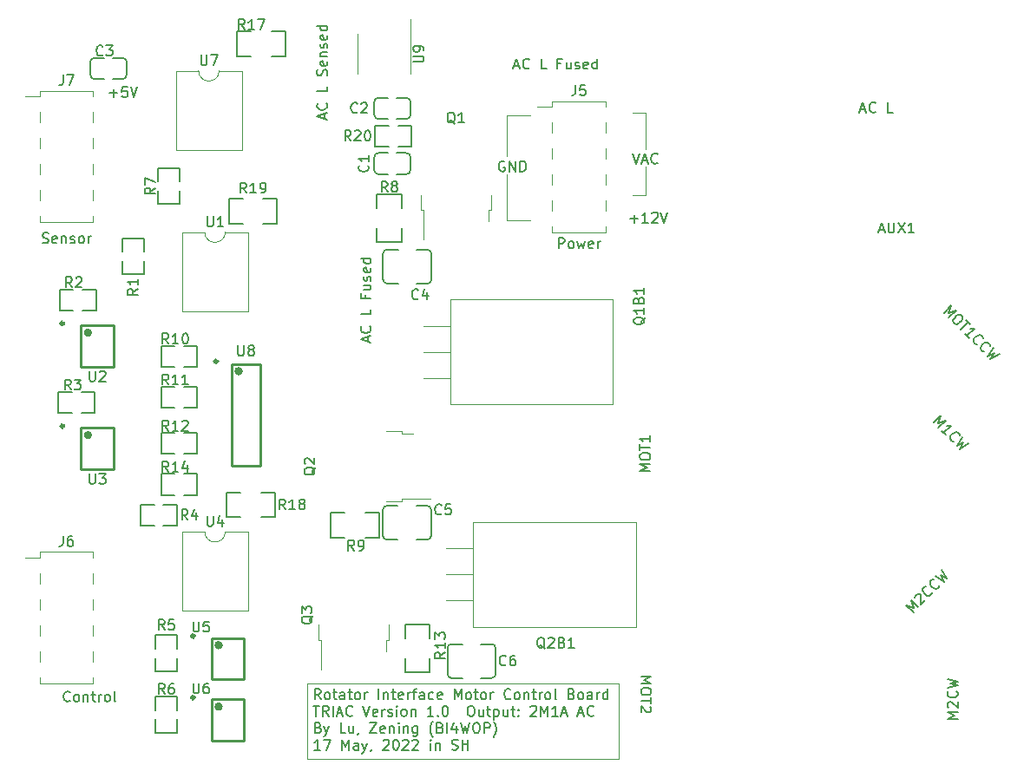
<source format=gbr>
%TF.GenerationSoftware,KiCad,Pcbnew,(5.1.10)-1*%
%TF.CreationDate,2022-06-02T12:59:49+08:00*%
%TF.ProjectId,motor_control,6d6f746f-725f-4636-9f6e-74726f6c2e6b,rev?*%
%TF.SameCoordinates,Original*%
%TF.FileFunction,Legend,Top*%
%TF.FilePolarity,Positive*%
%FSLAX46Y46*%
G04 Gerber Fmt 4.6, Leading zero omitted, Abs format (unit mm)*
G04 Created by KiCad (PCBNEW (5.1.10)-1) date 2022-06-02 12:59:49*
%MOMM*%
%LPD*%
G01*
G04 APERTURE LIST*
%ADD10C,0.150000*%
%ADD11C,0.120000*%
%ADD12C,0.200000*%
%ADD13C,0.254000*%
%ADD14C,0.300000*%
%ADD15C,0.400000*%
G04 APERTURE END LIST*
D10*
X62547619Y9214286D02*
X63547619Y9214286D01*
X62833333Y8880953D01*
X63547619Y8547620D01*
X62547619Y8547620D01*
X63547619Y7880953D02*
X63547619Y7690477D01*
X63500000Y7595239D01*
X63404761Y7500000D01*
X63214285Y7452381D01*
X62880952Y7452381D01*
X62690476Y7500000D01*
X62595238Y7595239D01*
X62547619Y7690477D01*
X62547619Y7880953D01*
X62595238Y7976191D01*
X62690476Y8071429D01*
X62880952Y8119048D01*
X63214285Y8119048D01*
X63404761Y8071429D01*
X63500000Y7976191D01*
X63547619Y7880953D01*
X63547619Y7166667D02*
X63547619Y6595239D01*
X62547619Y6880953D02*
X63547619Y6880953D01*
X63452380Y6309524D02*
X63500000Y6261905D01*
X63547619Y6166667D01*
X63547619Y5928572D01*
X63500000Y5833334D01*
X63452380Y5785715D01*
X63357142Y5738096D01*
X63261904Y5738096D01*
X63119047Y5785715D01*
X62547619Y6357143D01*
X62547619Y5738096D01*
X63452380Y29285715D02*
X62452380Y29285715D01*
X63166666Y29619048D01*
X62452380Y29952381D01*
X63452380Y29952381D01*
X62452380Y30619048D02*
X62452380Y30809524D01*
X62500000Y30904762D01*
X62595238Y31000000D01*
X62785714Y31047620D01*
X63119047Y31047620D01*
X63309523Y31000000D01*
X63404761Y30904762D01*
X63452380Y30809524D01*
X63452380Y30619048D01*
X63404761Y30523810D01*
X63309523Y30428572D01*
X63119047Y30380953D01*
X62785714Y30380953D01*
X62595238Y30428572D01*
X62500000Y30523810D01*
X62452380Y30619048D01*
X62452380Y31333334D02*
X62452380Y31904762D01*
X63452380Y31619048D02*
X62452380Y31619048D01*
X63452380Y32761905D02*
X63452380Y32190477D01*
X63452380Y32476191D02*
X62452380Y32476191D01*
X62595238Y32380953D01*
X62690476Y32285715D01*
X62738095Y32190477D01*
X35916666Y41928572D02*
X35916666Y42404762D01*
X36202380Y41833334D02*
X35202380Y42166667D01*
X36202380Y42500000D01*
X36107142Y43404762D02*
X36154761Y43357143D01*
X36202380Y43214286D01*
X36202380Y43119048D01*
X36154761Y42976191D01*
X36059523Y42880953D01*
X35964285Y42833334D01*
X35773809Y42785715D01*
X35630952Y42785715D01*
X35440476Y42833334D01*
X35345238Y42880953D01*
X35250000Y42976191D01*
X35202380Y43119048D01*
X35202380Y43214286D01*
X35250000Y43357143D01*
X35297619Y43404762D01*
X36202380Y45071429D02*
X36202380Y44595239D01*
X35202380Y44595239D01*
X35678571Y46500000D02*
X35678571Y46166667D01*
X36202380Y46166667D02*
X35202380Y46166667D01*
X35202380Y46642858D01*
X35535714Y47452381D02*
X36202380Y47452381D01*
X35535714Y47023810D02*
X36059523Y47023810D01*
X36154761Y47071429D01*
X36202380Y47166667D01*
X36202380Y47309524D01*
X36154761Y47404762D01*
X36107142Y47452381D01*
X36154761Y47880953D02*
X36202380Y47976191D01*
X36202380Y48166667D01*
X36154761Y48261905D01*
X36059523Y48309524D01*
X36011904Y48309524D01*
X35916666Y48261905D01*
X35869047Y48166667D01*
X35869047Y48023810D01*
X35821428Y47928572D01*
X35726190Y47880953D01*
X35678571Y47880953D01*
X35583333Y47928572D01*
X35535714Y48023810D01*
X35535714Y48166667D01*
X35583333Y48261905D01*
X36154761Y49119048D02*
X36202380Y49023810D01*
X36202380Y48833334D01*
X36154761Y48738096D01*
X36059523Y48690477D01*
X35678571Y48690477D01*
X35583333Y48738096D01*
X35535714Y48833334D01*
X35535714Y49023810D01*
X35583333Y49119048D01*
X35678571Y49166667D01*
X35773809Y49166667D01*
X35869047Y48690477D01*
X36202380Y50023810D02*
X35202380Y50023810D01*
X36154761Y50023810D02*
X36202380Y49928572D01*
X36202380Y49738096D01*
X36154761Y49642858D01*
X36107142Y49595239D01*
X36011904Y49547620D01*
X35726190Y49547620D01*
X35630952Y49595239D01*
X35583333Y49642858D01*
X35535714Y49738096D01*
X35535714Y49928572D01*
X35583333Y50023810D01*
X31666666Y63702381D02*
X31666666Y64178572D01*
X31952380Y63607143D02*
X30952380Y63940477D01*
X31952380Y64273810D01*
X31857142Y65178572D02*
X31904761Y65130953D01*
X31952380Y64988096D01*
X31952380Y64892858D01*
X31904761Y64750000D01*
X31809523Y64654762D01*
X31714285Y64607143D01*
X31523809Y64559524D01*
X31380952Y64559524D01*
X31190476Y64607143D01*
X31095238Y64654762D01*
X31000000Y64750000D01*
X30952380Y64892858D01*
X30952380Y64988096D01*
X31000000Y65130953D01*
X31047619Y65178572D01*
X31952380Y66845239D02*
X31952380Y66369048D01*
X30952380Y66369048D01*
X31904761Y67892858D02*
X31952380Y68035715D01*
X31952380Y68273810D01*
X31904761Y68369048D01*
X31857142Y68416667D01*
X31761904Y68464286D01*
X31666666Y68464286D01*
X31571428Y68416667D01*
X31523809Y68369048D01*
X31476190Y68273810D01*
X31428571Y68083334D01*
X31380952Y67988096D01*
X31333333Y67940477D01*
X31238095Y67892858D01*
X31142857Y67892858D01*
X31047619Y67940477D01*
X31000000Y67988096D01*
X30952380Y68083334D01*
X30952380Y68321429D01*
X31000000Y68464286D01*
X31904761Y69273810D02*
X31952380Y69178572D01*
X31952380Y68988096D01*
X31904761Y68892858D01*
X31809523Y68845239D01*
X31428571Y68845239D01*
X31333333Y68892858D01*
X31285714Y68988096D01*
X31285714Y69178572D01*
X31333333Y69273810D01*
X31428571Y69321429D01*
X31523809Y69321429D01*
X31619047Y68845239D01*
X31285714Y69750000D02*
X31952380Y69750000D01*
X31380952Y69750000D02*
X31333333Y69797620D01*
X31285714Y69892858D01*
X31285714Y70035715D01*
X31333333Y70130953D01*
X31428571Y70178572D01*
X31952380Y70178572D01*
X31904761Y70607143D02*
X31952380Y70702381D01*
X31952380Y70892858D01*
X31904761Y70988096D01*
X31809523Y71035715D01*
X31761904Y71035715D01*
X31666666Y70988096D01*
X31619047Y70892858D01*
X31619047Y70750000D01*
X31571428Y70654762D01*
X31476190Y70607143D01*
X31428571Y70607143D01*
X31333333Y70654762D01*
X31285714Y70750000D01*
X31285714Y70892858D01*
X31333333Y70988096D01*
X31904761Y71845239D02*
X31952380Y71750000D01*
X31952380Y71559524D01*
X31904761Y71464286D01*
X31809523Y71416667D01*
X31428571Y71416667D01*
X31333333Y71464286D01*
X31285714Y71559524D01*
X31285714Y71750000D01*
X31333333Y71845239D01*
X31428571Y71892858D01*
X31523809Y71892858D01*
X31619047Y71416667D01*
X31952380Y72750000D02*
X30952380Y72750000D01*
X31904761Y72750000D02*
X31952380Y72654762D01*
X31952380Y72464286D01*
X31904761Y72369048D01*
X31857142Y72321429D01*
X31761904Y72273810D01*
X31476190Y72273810D01*
X31380952Y72321429D01*
X31333333Y72369048D01*
X31285714Y72464286D01*
X31285714Y72654762D01*
X31333333Y72750000D01*
X50178571Y68833334D02*
X50654761Y68833334D01*
X50083333Y68547620D02*
X50416666Y69547620D01*
X50750000Y68547620D01*
X51654761Y68642858D02*
X51607142Y68595239D01*
X51464285Y68547620D01*
X51369047Y68547620D01*
X51226190Y68595239D01*
X51130952Y68690477D01*
X51083333Y68785715D01*
X51035714Y68976191D01*
X51035714Y69119048D01*
X51083333Y69309524D01*
X51130952Y69404762D01*
X51226190Y69500000D01*
X51369047Y69547620D01*
X51464285Y69547620D01*
X51607142Y69500000D01*
X51654761Y69452381D01*
X53321428Y68547620D02*
X52845238Y68547620D01*
X52845238Y69547620D01*
X54750000Y69071429D02*
X54416666Y69071429D01*
X54416666Y68547620D02*
X54416666Y69547620D01*
X54892857Y69547620D01*
X55702380Y69214286D02*
X55702380Y68547620D01*
X55273809Y69214286D02*
X55273809Y68690477D01*
X55321428Y68595239D01*
X55416666Y68547620D01*
X55559523Y68547620D01*
X55654761Y68595239D01*
X55702380Y68642858D01*
X56130952Y68595239D02*
X56226190Y68547620D01*
X56416666Y68547620D01*
X56511904Y68595239D01*
X56559523Y68690477D01*
X56559523Y68738096D01*
X56511904Y68833334D01*
X56416666Y68880953D01*
X56273809Y68880953D01*
X56178571Y68928572D01*
X56130952Y69023810D01*
X56130952Y69071429D01*
X56178571Y69166667D01*
X56273809Y69214286D01*
X56416666Y69214286D01*
X56511904Y69166667D01*
X57369047Y68595239D02*
X57273809Y68547620D01*
X57083333Y68547620D01*
X56988095Y68595239D01*
X56940476Y68690477D01*
X56940476Y69071429D01*
X56988095Y69166667D01*
X57083333Y69214286D01*
X57273809Y69214286D01*
X57369047Y69166667D01*
X57416666Y69071429D01*
X57416666Y68976191D01*
X56940476Y68880953D01*
X58273809Y68547620D02*
X58273809Y69547620D01*
X58273809Y68595239D02*
X58178571Y68547620D01*
X57988095Y68547620D01*
X57892857Y68595239D01*
X57845238Y68642858D01*
X57797619Y68738096D01*
X57797619Y69023810D01*
X57845238Y69119048D01*
X57892857Y69166667D01*
X57988095Y69214286D01*
X58178571Y69214286D01*
X58273809Y69166667D01*
X93452380Y5119048D02*
X92452380Y5119048D01*
X93166666Y5452381D01*
X92452380Y5785715D01*
X93452380Y5785715D01*
X92547619Y6214286D02*
X92500000Y6261905D01*
X92452380Y6357143D01*
X92452380Y6595239D01*
X92500000Y6690477D01*
X92547619Y6738096D01*
X92642857Y6785715D01*
X92738095Y6785715D01*
X92880952Y6738096D01*
X93452380Y6166667D01*
X93452380Y6785715D01*
X93357142Y7785715D02*
X93404761Y7738096D01*
X93452380Y7595239D01*
X93452380Y7500000D01*
X93404761Y7357143D01*
X93309523Y7261905D01*
X93214285Y7214286D01*
X93023809Y7166667D01*
X92880952Y7166667D01*
X92690476Y7214286D01*
X92595238Y7261905D01*
X92500000Y7357143D01*
X92452380Y7500000D01*
X92452380Y7595239D01*
X92500000Y7738096D01*
X92547619Y7785715D01*
X92452380Y8119048D02*
X93452380Y8357143D01*
X92738095Y8547620D01*
X93452380Y8738096D01*
X92452380Y8976191D01*
X89136294Y15496531D02*
X88429187Y16203638D01*
X89169965Y15934264D01*
X88900591Y16675043D01*
X89607698Y15967936D01*
X89270981Y16910745D02*
X89270981Y16978088D01*
X89304652Y17079104D01*
X89473011Y17247462D01*
X89574026Y17281134D01*
X89641370Y17281134D01*
X89742385Y17247462D01*
X89809729Y17180119D01*
X89877072Y17045432D01*
X89877072Y16237310D01*
X90314805Y16675043D01*
X90954568Y17449493D02*
X90954568Y17382149D01*
X90887225Y17247462D01*
X90819881Y17180119D01*
X90685194Y17112775D01*
X90550507Y17112775D01*
X90449492Y17146447D01*
X90281133Y17247462D01*
X90180118Y17348478D01*
X90079103Y17516836D01*
X90045431Y17617852D01*
X90045431Y17752539D01*
X90112774Y17887226D01*
X90180118Y17954569D01*
X90314805Y18021913D01*
X90382148Y18021913D01*
X91661675Y18156600D02*
X91661675Y18089256D01*
X91594331Y17954569D01*
X91526988Y17887226D01*
X91392301Y17819882D01*
X91257614Y17819882D01*
X91156599Y17853554D01*
X90988240Y17954569D01*
X90887225Y18055584D01*
X90786209Y18223943D01*
X90752538Y18324958D01*
X90752538Y18459645D01*
X90819881Y18594332D01*
X90887225Y18661676D01*
X91021912Y18729019D01*
X91089255Y18729019D01*
X91257614Y19032065D02*
X92133079Y18493317D01*
X91762690Y19133080D01*
X92402453Y18762691D01*
X91863705Y19638157D01*
X91100084Y34010153D02*
X91807190Y34717260D01*
X91537816Y33976481D01*
X92278595Y34245855D01*
X91571488Y33538749D01*
X92278595Y32831642D02*
X91874534Y33235703D01*
X92076564Y33033672D02*
X92783671Y33740779D01*
X92615312Y33707107D01*
X92480625Y33707107D01*
X92379610Y33740779D01*
X93053045Y32191878D02*
X92985702Y32191878D01*
X92851015Y32259222D01*
X92783671Y32326565D01*
X92716328Y32461252D01*
X92716328Y32595939D01*
X92750000Y32696955D01*
X92851015Y32865313D01*
X92952030Y32966329D01*
X93120389Y33067344D01*
X93221404Y33101016D01*
X93356091Y33101016D01*
X93490778Y33033672D01*
X93558122Y32966329D01*
X93625465Y32831642D01*
X93625465Y32764298D01*
X93928511Y32595939D02*
X93389763Y31720474D01*
X94029526Y32090863D01*
X93659137Y31451100D01*
X94534602Y31989848D01*
X92106767Y44753470D02*
X92813874Y45460576D01*
X92544500Y44719798D01*
X93285278Y44989172D01*
X92578172Y44282065D01*
X93756683Y44517767D02*
X93891370Y44383080D01*
X93925042Y44282065D01*
X93925042Y44147378D01*
X93824026Y43979019D01*
X93588324Y43743317D01*
X93419965Y43642302D01*
X93285278Y43642302D01*
X93184263Y43675974D01*
X93049576Y43810661D01*
X93015904Y43911676D01*
X93015904Y44046363D01*
X93116920Y44214722D01*
X93352622Y44450424D01*
X93520981Y44551439D01*
X93655668Y44551439D01*
X93756683Y44517767D01*
X94261759Y44012691D02*
X94665820Y43608630D01*
X93756683Y43103554D02*
X94463790Y43810661D01*
X94564805Y42295432D02*
X94160744Y42699493D01*
X94362774Y42497462D02*
X95069881Y43204569D01*
X94901522Y43170897D01*
X94766835Y43170897D01*
X94665820Y43204569D01*
X95339255Y41655669D02*
X95271912Y41655669D01*
X95137225Y41723012D01*
X95069881Y41790356D01*
X95002538Y41925043D01*
X95002538Y42059730D01*
X95036209Y42160745D01*
X95137225Y42329104D01*
X95238240Y42430119D01*
X95406599Y42531134D01*
X95507614Y42564806D01*
X95642301Y42564806D01*
X95776988Y42497462D01*
X95844331Y42430119D01*
X95911675Y42295432D01*
X95911675Y42228088D01*
X96046362Y40948562D02*
X95979018Y40948562D01*
X95844331Y41015905D01*
X95776988Y41083249D01*
X95709644Y41217936D01*
X95709644Y41352623D01*
X95743316Y41453638D01*
X95844331Y41621997D01*
X95945347Y41723012D01*
X96113705Y41824027D01*
X96214721Y41857699D01*
X96349408Y41857699D01*
X96484095Y41790356D01*
X96551438Y41723012D01*
X96618782Y41588325D01*
X96618782Y41520982D01*
X96921827Y41352623D02*
X96383079Y40477157D01*
X97022843Y40847547D01*
X96652453Y40207783D01*
X97527919Y40746531D01*
X83976190Y64583334D02*
X84452380Y64583334D01*
X83880952Y64297620D02*
X84214285Y65297620D01*
X84547619Y64297620D01*
X85452380Y64392858D02*
X85404761Y64345239D01*
X85261904Y64297620D01*
X85166666Y64297620D01*
X85023809Y64345239D01*
X84928571Y64440477D01*
X84880952Y64535715D01*
X84833333Y64726191D01*
X84833333Y64869048D01*
X84880952Y65059524D01*
X84928571Y65154762D01*
X85023809Y65250000D01*
X85166666Y65297620D01*
X85261904Y65297620D01*
X85404761Y65250000D01*
X85452380Y65202381D01*
X87119047Y64297620D02*
X86642857Y64297620D01*
X86642857Y65297620D01*
X85785714Y52833334D02*
X86261904Y52833334D01*
X85690476Y52547620D02*
X86023809Y53547620D01*
X86357142Y52547620D01*
X86690476Y53547620D02*
X86690476Y52738096D01*
X86738095Y52642858D01*
X86785714Y52595239D01*
X86880952Y52547620D01*
X87071428Y52547620D01*
X87166666Y52595239D01*
X87214285Y52642858D01*
X87261904Y52738096D01*
X87261904Y53547620D01*
X87642857Y53547620D02*
X88309523Y52547620D01*
X88309523Y53547620D02*
X87642857Y52547620D01*
X89214285Y52547620D02*
X88642857Y52547620D01*
X88928571Y52547620D02*
X88928571Y53547620D01*
X88833333Y53404762D01*
X88738095Y53309524D01*
X88642857Y53261905D01*
D11*
X30000000Y1200000D02*
X30000000Y8600000D01*
X60400000Y1200000D02*
X30000000Y1200000D01*
X60400000Y8600000D02*
X60400000Y1200000D01*
X30000000Y8600000D02*
X60400000Y8600000D01*
D10*
X31307023Y7022620D02*
X30973690Y7498810D01*
X30735595Y7022620D02*
X30735595Y8022620D01*
X31116547Y8022620D01*
X31211785Y7975000D01*
X31259404Y7927381D01*
X31307023Y7832143D01*
X31307023Y7689286D01*
X31259404Y7594048D01*
X31211785Y7546429D01*
X31116547Y7498810D01*
X30735595Y7498810D01*
X31878452Y7022620D02*
X31783214Y7070239D01*
X31735595Y7117858D01*
X31687976Y7213096D01*
X31687976Y7498810D01*
X31735595Y7594048D01*
X31783214Y7641667D01*
X31878452Y7689286D01*
X32021309Y7689286D01*
X32116547Y7641667D01*
X32164166Y7594048D01*
X32211785Y7498810D01*
X32211785Y7213096D01*
X32164166Y7117858D01*
X32116547Y7070239D01*
X32021309Y7022620D01*
X31878452Y7022620D01*
X32497500Y7689286D02*
X32878452Y7689286D01*
X32640357Y8022620D02*
X32640357Y7165477D01*
X32687976Y7070239D01*
X32783214Y7022620D01*
X32878452Y7022620D01*
X33640357Y7022620D02*
X33640357Y7546429D01*
X33592738Y7641667D01*
X33497500Y7689286D01*
X33307023Y7689286D01*
X33211785Y7641667D01*
X33640357Y7070239D02*
X33545119Y7022620D01*
X33307023Y7022620D01*
X33211785Y7070239D01*
X33164166Y7165477D01*
X33164166Y7260715D01*
X33211785Y7355953D01*
X33307023Y7403572D01*
X33545119Y7403572D01*
X33640357Y7451191D01*
X33973690Y7689286D02*
X34354642Y7689286D01*
X34116547Y8022620D02*
X34116547Y7165477D01*
X34164166Y7070239D01*
X34259404Y7022620D01*
X34354642Y7022620D01*
X34830833Y7022620D02*
X34735595Y7070239D01*
X34687976Y7117858D01*
X34640357Y7213096D01*
X34640357Y7498810D01*
X34687976Y7594048D01*
X34735595Y7641667D01*
X34830833Y7689286D01*
X34973690Y7689286D01*
X35068928Y7641667D01*
X35116547Y7594048D01*
X35164166Y7498810D01*
X35164166Y7213096D01*
X35116547Y7117858D01*
X35068928Y7070239D01*
X34973690Y7022620D01*
X34830833Y7022620D01*
X35592738Y7022620D02*
X35592738Y7689286D01*
X35592738Y7498810D02*
X35640357Y7594048D01*
X35687976Y7641667D01*
X35783214Y7689286D01*
X35878452Y7689286D01*
X36973690Y7022620D02*
X36973690Y8022620D01*
X37449880Y7689286D02*
X37449880Y7022620D01*
X37449880Y7594048D02*
X37497500Y7641667D01*
X37592738Y7689286D01*
X37735595Y7689286D01*
X37830833Y7641667D01*
X37878452Y7546429D01*
X37878452Y7022620D01*
X38211785Y7689286D02*
X38592738Y7689286D01*
X38354642Y8022620D02*
X38354642Y7165477D01*
X38402261Y7070239D01*
X38497500Y7022620D01*
X38592738Y7022620D01*
X39307023Y7070239D02*
X39211785Y7022620D01*
X39021309Y7022620D01*
X38926071Y7070239D01*
X38878452Y7165477D01*
X38878452Y7546429D01*
X38926071Y7641667D01*
X39021309Y7689286D01*
X39211785Y7689286D01*
X39307023Y7641667D01*
X39354642Y7546429D01*
X39354642Y7451191D01*
X38878452Y7355953D01*
X39783214Y7022620D02*
X39783214Y7689286D01*
X39783214Y7498810D02*
X39830833Y7594048D01*
X39878452Y7641667D01*
X39973690Y7689286D01*
X40068928Y7689286D01*
X40259404Y7689286D02*
X40640357Y7689286D01*
X40402261Y7022620D02*
X40402261Y7879762D01*
X40449880Y7975000D01*
X40545119Y8022620D01*
X40640357Y8022620D01*
X41402261Y7022620D02*
X41402261Y7546429D01*
X41354642Y7641667D01*
X41259404Y7689286D01*
X41068928Y7689286D01*
X40973690Y7641667D01*
X41402261Y7070239D02*
X41307023Y7022620D01*
X41068928Y7022620D01*
X40973690Y7070239D01*
X40926071Y7165477D01*
X40926071Y7260715D01*
X40973690Y7355953D01*
X41068928Y7403572D01*
X41307023Y7403572D01*
X41402261Y7451191D01*
X42307023Y7070239D02*
X42211785Y7022620D01*
X42021309Y7022620D01*
X41926071Y7070239D01*
X41878452Y7117858D01*
X41830833Y7213096D01*
X41830833Y7498810D01*
X41878452Y7594048D01*
X41926071Y7641667D01*
X42021309Y7689286D01*
X42211785Y7689286D01*
X42307023Y7641667D01*
X43116547Y7070239D02*
X43021309Y7022620D01*
X42830833Y7022620D01*
X42735595Y7070239D01*
X42687976Y7165477D01*
X42687976Y7546429D01*
X42735595Y7641667D01*
X42830833Y7689286D01*
X43021309Y7689286D01*
X43116547Y7641667D01*
X43164166Y7546429D01*
X43164166Y7451191D01*
X42687976Y7355953D01*
X44354642Y7022620D02*
X44354642Y8022620D01*
X44687976Y7308334D01*
X45021309Y8022620D01*
X45021309Y7022620D01*
X45640357Y7022620D02*
X45545119Y7070239D01*
X45497500Y7117858D01*
X45449880Y7213096D01*
X45449880Y7498810D01*
X45497500Y7594048D01*
X45545119Y7641667D01*
X45640357Y7689286D01*
X45783214Y7689286D01*
X45878452Y7641667D01*
X45926071Y7594048D01*
X45973690Y7498810D01*
X45973690Y7213096D01*
X45926071Y7117858D01*
X45878452Y7070239D01*
X45783214Y7022620D01*
X45640357Y7022620D01*
X46259404Y7689286D02*
X46640357Y7689286D01*
X46402261Y8022620D02*
X46402261Y7165477D01*
X46449880Y7070239D01*
X46545119Y7022620D01*
X46640357Y7022620D01*
X47116547Y7022620D02*
X47021309Y7070239D01*
X46973690Y7117858D01*
X46926071Y7213096D01*
X46926071Y7498810D01*
X46973690Y7594048D01*
X47021309Y7641667D01*
X47116547Y7689286D01*
X47259404Y7689286D01*
X47354642Y7641667D01*
X47402261Y7594048D01*
X47449880Y7498810D01*
X47449880Y7213096D01*
X47402261Y7117858D01*
X47354642Y7070239D01*
X47259404Y7022620D01*
X47116547Y7022620D01*
X47878452Y7022620D02*
X47878452Y7689286D01*
X47878452Y7498810D02*
X47926071Y7594048D01*
X47973690Y7641667D01*
X48068928Y7689286D01*
X48164166Y7689286D01*
X49830833Y7117858D02*
X49783214Y7070239D01*
X49640357Y7022620D01*
X49545119Y7022620D01*
X49402261Y7070239D01*
X49307023Y7165477D01*
X49259404Y7260715D01*
X49211785Y7451191D01*
X49211785Y7594048D01*
X49259404Y7784524D01*
X49307023Y7879762D01*
X49402261Y7975000D01*
X49545119Y8022620D01*
X49640357Y8022620D01*
X49783214Y7975000D01*
X49830833Y7927381D01*
X50402261Y7022620D02*
X50307023Y7070239D01*
X50259404Y7117858D01*
X50211785Y7213096D01*
X50211785Y7498810D01*
X50259404Y7594048D01*
X50307023Y7641667D01*
X50402261Y7689286D01*
X50545119Y7689286D01*
X50640357Y7641667D01*
X50687976Y7594048D01*
X50735595Y7498810D01*
X50735595Y7213096D01*
X50687976Y7117858D01*
X50640357Y7070239D01*
X50545119Y7022620D01*
X50402261Y7022620D01*
X51164166Y7689286D02*
X51164166Y7022620D01*
X51164166Y7594048D02*
X51211785Y7641667D01*
X51307023Y7689286D01*
X51449880Y7689286D01*
X51545119Y7641667D01*
X51592738Y7546429D01*
X51592738Y7022620D01*
X51926071Y7689286D02*
X52307023Y7689286D01*
X52068928Y8022620D02*
X52068928Y7165477D01*
X52116547Y7070239D01*
X52211785Y7022620D01*
X52307023Y7022620D01*
X52640357Y7022620D02*
X52640357Y7689286D01*
X52640357Y7498810D02*
X52687976Y7594048D01*
X52735595Y7641667D01*
X52830833Y7689286D01*
X52926071Y7689286D01*
X53402261Y7022620D02*
X53307023Y7070239D01*
X53259404Y7117858D01*
X53211785Y7213096D01*
X53211785Y7498810D01*
X53259404Y7594048D01*
X53307023Y7641667D01*
X53402261Y7689286D01*
X53545119Y7689286D01*
X53640357Y7641667D01*
X53687976Y7594048D01*
X53735595Y7498810D01*
X53735595Y7213096D01*
X53687976Y7117858D01*
X53640357Y7070239D01*
X53545119Y7022620D01*
X53402261Y7022620D01*
X54307023Y7022620D02*
X54211785Y7070239D01*
X54164166Y7165477D01*
X54164166Y8022620D01*
X55783214Y7546429D02*
X55926071Y7498810D01*
X55973690Y7451191D01*
X56021309Y7355953D01*
X56021309Y7213096D01*
X55973690Y7117858D01*
X55926071Y7070239D01*
X55830833Y7022620D01*
X55449880Y7022620D01*
X55449880Y8022620D01*
X55783214Y8022620D01*
X55878452Y7975000D01*
X55926071Y7927381D01*
X55973690Y7832143D01*
X55973690Y7736905D01*
X55926071Y7641667D01*
X55878452Y7594048D01*
X55783214Y7546429D01*
X55449880Y7546429D01*
X56592738Y7022620D02*
X56497499Y7070239D01*
X56449880Y7117858D01*
X56402261Y7213096D01*
X56402261Y7498810D01*
X56449880Y7594048D01*
X56497499Y7641667D01*
X56592738Y7689286D01*
X56735595Y7689286D01*
X56830833Y7641667D01*
X56878452Y7594048D01*
X56926071Y7498810D01*
X56926071Y7213096D01*
X56878452Y7117858D01*
X56830833Y7070239D01*
X56735595Y7022620D01*
X56592738Y7022620D01*
X57783214Y7022620D02*
X57783214Y7546429D01*
X57735595Y7641667D01*
X57640357Y7689286D01*
X57449880Y7689286D01*
X57354642Y7641667D01*
X57783214Y7070239D02*
X57687976Y7022620D01*
X57449880Y7022620D01*
X57354642Y7070239D01*
X57307023Y7165477D01*
X57307023Y7260715D01*
X57354642Y7355953D01*
X57449880Y7403572D01*
X57687976Y7403572D01*
X57783214Y7451191D01*
X58259404Y7022620D02*
X58259404Y7689286D01*
X58259404Y7498810D02*
X58307023Y7594048D01*
X58354642Y7641667D01*
X58449880Y7689286D01*
X58545119Y7689286D01*
X59307023Y7022620D02*
X59307023Y8022620D01*
X59307023Y7070239D02*
X59211785Y7022620D01*
X59021309Y7022620D01*
X58926071Y7070239D01*
X58878452Y7117858D01*
X58830833Y7213096D01*
X58830833Y7498810D01*
X58878452Y7594048D01*
X58926071Y7641667D01*
X59021309Y7689286D01*
X59211785Y7689286D01*
X59307023Y7641667D01*
X30592738Y6372620D02*
X31164166Y6372620D01*
X30878452Y5372620D02*
X30878452Y6372620D01*
X32068928Y5372620D02*
X31735595Y5848810D01*
X31497500Y5372620D02*
X31497500Y6372620D01*
X31878452Y6372620D01*
X31973690Y6325000D01*
X32021309Y6277381D01*
X32068928Y6182143D01*
X32068928Y6039286D01*
X32021309Y5944048D01*
X31973690Y5896429D01*
X31878452Y5848810D01*
X31497500Y5848810D01*
X32497500Y5372620D02*
X32497500Y6372620D01*
X32926071Y5658334D02*
X33402261Y5658334D01*
X32830833Y5372620D02*
X33164166Y6372620D01*
X33497500Y5372620D01*
X34402261Y5467858D02*
X34354642Y5420239D01*
X34211785Y5372620D01*
X34116547Y5372620D01*
X33973690Y5420239D01*
X33878452Y5515477D01*
X33830833Y5610715D01*
X33783214Y5801191D01*
X33783214Y5944048D01*
X33830833Y6134524D01*
X33878452Y6229762D01*
X33973690Y6325000D01*
X34116547Y6372620D01*
X34211785Y6372620D01*
X34354642Y6325000D01*
X34402261Y6277381D01*
X35449880Y6372620D02*
X35783214Y5372620D01*
X36116547Y6372620D01*
X36830833Y5420239D02*
X36735595Y5372620D01*
X36545119Y5372620D01*
X36449880Y5420239D01*
X36402261Y5515477D01*
X36402261Y5896429D01*
X36449880Y5991667D01*
X36545119Y6039286D01*
X36735595Y6039286D01*
X36830833Y5991667D01*
X36878452Y5896429D01*
X36878452Y5801191D01*
X36402261Y5705953D01*
X37307023Y5372620D02*
X37307023Y6039286D01*
X37307023Y5848810D02*
X37354642Y5944048D01*
X37402261Y5991667D01*
X37497500Y6039286D01*
X37592738Y6039286D01*
X37878452Y5420239D02*
X37973690Y5372620D01*
X38164166Y5372620D01*
X38259404Y5420239D01*
X38307023Y5515477D01*
X38307023Y5563096D01*
X38259404Y5658334D01*
X38164166Y5705953D01*
X38021309Y5705953D01*
X37926071Y5753572D01*
X37878452Y5848810D01*
X37878452Y5896429D01*
X37926071Y5991667D01*
X38021309Y6039286D01*
X38164166Y6039286D01*
X38259404Y5991667D01*
X38735595Y5372620D02*
X38735595Y6039286D01*
X38735595Y6372620D02*
X38687976Y6325000D01*
X38735595Y6277381D01*
X38783214Y6325000D01*
X38735595Y6372620D01*
X38735595Y6277381D01*
X39354642Y5372620D02*
X39259404Y5420239D01*
X39211785Y5467858D01*
X39164166Y5563096D01*
X39164166Y5848810D01*
X39211785Y5944048D01*
X39259404Y5991667D01*
X39354642Y6039286D01*
X39497500Y6039286D01*
X39592738Y5991667D01*
X39640357Y5944048D01*
X39687976Y5848810D01*
X39687976Y5563096D01*
X39640357Y5467858D01*
X39592738Y5420239D01*
X39497500Y5372620D01*
X39354642Y5372620D01*
X40116547Y6039286D02*
X40116547Y5372620D01*
X40116547Y5944048D02*
X40164166Y5991667D01*
X40259404Y6039286D01*
X40402261Y6039286D01*
X40497500Y5991667D01*
X40545119Y5896429D01*
X40545119Y5372620D01*
X42307023Y5372620D02*
X41735595Y5372620D01*
X42021309Y5372620D02*
X42021309Y6372620D01*
X41926071Y6229762D01*
X41830833Y6134524D01*
X41735595Y6086905D01*
X42735595Y5467858D02*
X42783214Y5420239D01*
X42735595Y5372620D01*
X42687976Y5420239D01*
X42735595Y5467858D01*
X42735595Y5372620D01*
X43402261Y6372620D02*
X43497500Y6372620D01*
X43592738Y6325000D01*
X43640357Y6277381D01*
X43687976Y6182143D01*
X43735595Y5991667D01*
X43735595Y5753572D01*
X43687976Y5563096D01*
X43640357Y5467858D01*
X43592738Y5420239D01*
X43497500Y5372620D01*
X43402261Y5372620D01*
X43307023Y5420239D01*
X43259404Y5467858D01*
X43211785Y5563096D01*
X43164166Y5753572D01*
X43164166Y5991667D01*
X43211785Y6182143D01*
X43259404Y6277381D01*
X43307023Y6325000D01*
X43402261Y6372620D01*
X45878452Y6372620D02*
X46068928Y6372620D01*
X46164166Y6325000D01*
X46259404Y6229762D01*
X46307023Y6039286D01*
X46307023Y5705953D01*
X46259404Y5515477D01*
X46164166Y5420239D01*
X46068928Y5372620D01*
X45878452Y5372620D01*
X45783214Y5420239D01*
X45687976Y5515477D01*
X45640357Y5705953D01*
X45640357Y6039286D01*
X45687976Y6229762D01*
X45783214Y6325000D01*
X45878452Y6372620D01*
X47164166Y6039286D02*
X47164166Y5372620D01*
X46735595Y6039286D02*
X46735595Y5515477D01*
X46783214Y5420239D01*
X46878452Y5372620D01*
X47021309Y5372620D01*
X47116547Y5420239D01*
X47164166Y5467858D01*
X47497500Y6039286D02*
X47878452Y6039286D01*
X47640357Y6372620D02*
X47640357Y5515477D01*
X47687976Y5420239D01*
X47783214Y5372620D01*
X47878452Y5372620D01*
X48211785Y6039286D02*
X48211785Y5039286D01*
X48211785Y5991667D02*
X48307023Y6039286D01*
X48497500Y6039286D01*
X48592738Y5991667D01*
X48640357Y5944048D01*
X48687976Y5848810D01*
X48687976Y5563096D01*
X48640357Y5467858D01*
X48592738Y5420239D01*
X48497500Y5372620D01*
X48307023Y5372620D01*
X48211785Y5420239D01*
X49545119Y6039286D02*
X49545119Y5372620D01*
X49116547Y6039286D02*
X49116547Y5515477D01*
X49164166Y5420239D01*
X49259404Y5372620D01*
X49402261Y5372620D01*
X49497500Y5420239D01*
X49545119Y5467858D01*
X49878452Y6039286D02*
X50259404Y6039286D01*
X50021309Y6372620D02*
X50021309Y5515477D01*
X50068928Y5420239D01*
X50164166Y5372620D01*
X50259404Y5372620D01*
X50592738Y5467858D02*
X50640357Y5420239D01*
X50592738Y5372620D01*
X50545119Y5420239D01*
X50592738Y5467858D01*
X50592738Y5372620D01*
X50592738Y5991667D02*
X50640357Y5944048D01*
X50592738Y5896429D01*
X50545119Y5944048D01*
X50592738Y5991667D01*
X50592738Y5896429D01*
X51783214Y6277381D02*
X51830833Y6325000D01*
X51926071Y6372620D01*
X52164166Y6372620D01*
X52259404Y6325000D01*
X52307023Y6277381D01*
X52354642Y6182143D01*
X52354642Y6086905D01*
X52307023Y5944048D01*
X51735595Y5372620D01*
X52354642Y5372620D01*
X52783214Y5372620D02*
X52783214Y6372620D01*
X53116547Y5658334D01*
X53449880Y6372620D01*
X53449880Y5372620D01*
X54449880Y5372620D02*
X53878452Y5372620D01*
X54164166Y5372620D02*
X54164166Y6372620D01*
X54068928Y6229762D01*
X53973690Y6134524D01*
X53878452Y6086905D01*
X54830833Y5658334D02*
X55307023Y5658334D01*
X54735595Y5372620D02*
X55068928Y6372620D01*
X55402261Y5372620D01*
X56449880Y5658334D02*
X56926071Y5658334D01*
X56354642Y5372620D02*
X56687976Y6372620D01*
X57021309Y5372620D01*
X57926071Y5467858D02*
X57878452Y5420239D01*
X57735595Y5372620D01*
X57640357Y5372620D01*
X57497499Y5420239D01*
X57402261Y5515477D01*
X57354642Y5610715D01*
X57307023Y5801191D01*
X57307023Y5944048D01*
X57354642Y6134524D01*
X57402261Y6229762D01*
X57497499Y6325000D01*
X57640357Y6372620D01*
X57735595Y6372620D01*
X57878452Y6325000D01*
X57926071Y6277381D01*
X31068928Y4246429D02*
X31211785Y4198810D01*
X31259404Y4151191D01*
X31307023Y4055953D01*
X31307023Y3913096D01*
X31259404Y3817858D01*
X31211785Y3770239D01*
X31116547Y3722620D01*
X30735595Y3722620D01*
X30735595Y4722620D01*
X31068928Y4722620D01*
X31164166Y4675000D01*
X31211785Y4627381D01*
X31259404Y4532143D01*
X31259404Y4436905D01*
X31211785Y4341667D01*
X31164166Y4294048D01*
X31068928Y4246429D01*
X30735595Y4246429D01*
X31640357Y4389286D02*
X31878452Y3722620D01*
X32116547Y4389286D02*
X31878452Y3722620D01*
X31783214Y3484524D01*
X31735595Y3436905D01*
X31640357Y3389286D01*
X33735595Y3722620D02*
X33259404Y3722620D01*
X33259404Y4722620D01*
X34497500Y4389286D02*
X34497500Y3722620D01*
X34068928Y4389286D02*
X34068928Y3865477D01*
X34116547Y3770239D01*
X34211785Y3722620D01*
X34354642Y3722620D01*
X34449880Y3770239D01*
X34497500Y3817858D01*
X35021309Y3770239D02*
X35021309Y3722620D01*
X34973690Y3627381D01*
X34926071Y3579762D01*
X36116547Y4722620D02*
X36783214Y4722620D01*
X36116547Y3722620D01*
X36783214Y3722620D01*
X37545119Y3770239D02*
X37449880Y3722620D01*
X37259404Y3722620D01*
X37164166Y3770239D01*
X37116547Y3865477D01*
X37116547Y4246429D01*
X37164166Y4341667D01*
X37259404Y4389286D01*
X37449880Y4389286D01*
X37545119Y4341667D01*
X37592738Y4246429D01*
X37592738Y4151191D01*
X37116547Y4055953D01*
X38021309Y4389286D02*
X38021309Y3722620D01*
X38021309Y4294048D02*
X38068928Y4341667D01*
X38164166Y4389286D01*
X38307023Y4389286D01*
X38402261Y4341667D01*
X38449880Y4246429D01*
X38449880Y3722620D01*
X38926071Y3722620D02*
X38926071Y4389286D01*
X38926071Y4722620D02*
X38878452Y4675000D01*
X38926071Y4627381D01*
X38973690Y4675000D01*
X38926071Y4722620D01*
X38926071Y4627381D01*
X39402261Y4389286D02*
X39402261Y3722620D01*
X39402261Y4294048D02*
X39449880Y4341667D01*
X39545119Y4389286D01*
X39687976Y4389286D01*
X39783214Y4341667D01*
X39830833Y4246429D01*
X39830833Y3722620D01*
X40735595Y4389286D02*
X40735595Y3579762D01*
X40687976Y3484524D01*
X40640357Y3436905D01*
X40545119Y3389286D01*
X40402261Y3389286D01*
X40307023Y3436905D01*
X40735595Y3770239D02*
X40640357Y3722620D01*
X40449880Y3722620D01*
X40354642Y3770239D01*
X40307023Y3817858D01*
X40259404Y3913096D01*
X40259404Y4198810D01*
X40307023Y4294048D01*
X40354642Y4341667D01*
X40449880Y4389286D01*
X40640357Y4389286D01*
X40735595Y4341667D01*
X42259404Y3341667D02*
X42211785Y3389286D01*
X42116547Y3532143D01*
X42068928Y3627381D01*
X42021309Y3770239D01*
X41973690Y4008334D01*
X41973690Y4198810D01*
X42021309Y4436905D01*
X42068928Y4579762D01*
X42116547Y4675000D01*
X42211785Y4817858D01*
X42259404Y4865477D01*
X42973690Y4246429D02*
X43116547Y4198810D01*
X43164166Y4151191D01*
X43211785Y4055953D01*
X43211785Y3913096D01*
X43164166Y3817858D01*
X43116547Y3770239D01*
X43021309Y3722620D01*
X42640357Y3722620D01*
X42640357Y4722620D01*
X42973690Y4722620D01*
X43068928Y4675000D01*
X43116547Y4627381D01*
X43164166Y4532143D01*
X43164166Y4436905D01*
X43116547Y4341667D01*
X43068928Y4294048D01*
X42973690Y4246429D01*
X42640357Y4246429D01*
X43640357Y3722620D02*
X43640357Y4722620D01*
X44545119Y4389286D02*
X44545119Y3722620D01*
X44307023Y4770239D02*
X44068928Y4055953D01*
X44687976Y4055953D01*
X44973690Y4722620D02*
X45211785Y3722620D01*
X45402261Y4436905D01*
X45592738Y3722620D01*
X45830833Y4722620D01*
X46402261Y4722620D02*
X46592738Y4722620D01*
X46687976Y4675000D01*
X46783214Y4579762D01*
X46830833Y4389286D01*
X46830833Y4055953D01*
X46783214Y3865477D01*
X46687976Y3770239D01*
X46592738Y3722620D01*
X46402261Y3722620D01*
X46307023Y3770239D01*
X46211785Y3865477D01*
X46164166Y4055953D01*
X46164166Y4389286D01*
X46211785Y4579762D01*
X46307023Y4675000D01*
X46402261Y4722620D01*
X47259404Y3722620D02*
X47259404Y4722620D01*
X47640357Y4722620D01*
X47735595Y4675000D01*
X47783214Y4627381D01*
X47830833Y4532143D01*
X47830833Y4389286D01*
X47783214Y4294048D01*
X47735595Y4246429D01*
X47640357Y4198810D01*
X47259404Y4198810D01*
X48164166Y3341667D02*
X48211785Y3389286D01*
X48307023Y3532143D01*
X48354642Y3627381D01*
X48402261Y3770239D01*
X48449880Y4008334D01*
X48449880Y4198810D01*
X48402261Y4436905D01*
X48354642Y4579762D01*
X48307023Y4675000D01*
X48211785Y4817858D01*
X48164166Y4865477D01*
X31259404Y2072620D02*
X30687976Y2072620D01*
X30973690Y2072620D02*
X30973690Y3072620D01*
X30878452Y2929762D01*
X30783214Y2834524D01*
X30687976Y2786905D01*
X31592738Y3072620D02*
X32259404Y3072620D01*
X31830833Y2072620D01*
X33402261Y2072620D02*
X33402261Y3072620D01*
X33735595Y2358334D01*
X34068928Y3072620D01*
X34068928Y2072620D01*
X34973690Y2072620D02*
X34973690Y2596429D01*
X34926071Y2691667D01*
X34830833Y2739286D01*
X34640357Y2739286D01*
X34545119Y2691667D01*
X34973690Y2120239D02*
X34878452Y2072620D01*
X34640357Y2072620D01*
X34545119Y2120239D01*
X34497500Y2215477D01*
X34497500Y2310715D01*
X34545119Y2405953D01*
X34640357Y2453572D01*
X34878452Y2453572D01*
X34973690Y2501191D01*
X35354642Y2739286D02*
X35592738Y2072620D01*
X35830833Y2739286D02*
X35592738Y2072620D01*
X35497500Y1834524D01*
X35449880Y1786905D01*
X35354642Y1739286D01*
X36259404Y2120239D02*
X36259404Y2072620D01*
X36211785Y1977381D01*
X36164166Y1929762D01*
X37402261Y2977381D02*
X37449880Y3025000D01*
X37545119Y3072620D01*
X37783214Y3072620D01*
X37878452Y3025000D01*
X37926071Y2977381D01*
X37973690Y2882143D01*
X37973690Y2786905D01*
X37926071Y2644048D01*
X37354642Y2072620D01*
X37973690Y2072620D01*
X38592738Y3072620D02*
X38687976Y3072620D01*
X38783214Y3025000D01*
X38830833Y2977381D01*
X38878452Y2882143D01*
X38926071Y2691667D01*
X38926071Y2453572D01*
X38878452Y2263096D01*
X38830833Y2167858D01*
X38783214Y2120239D01*
X38687976Y2072620D01*
X38592738Y2072620D01*
X38497500Y2120239D01*
X38449880Y2167858D01*
X38402261Y2263096D01*
X38354642Y2453572D01*
X38354642Y2691667D01*
X38402261Y2882143D01*
X38449880Y2977381D01*
X38497500Y3025000D01*
X38592738Y3072620D01*
X39307023Y2977381D02*
X39354642Y3025000D01*
X39449880Y3072620D01*
X39687976Y3072620D01*
X39783214Y3025000D01*
X39830833Y2977381D01*
X39878452Y2882143D01*
X39878452Y2786905D01*
X39830833Y2644048D01*
X39259404Y2072620D01*
X39878452Y2072620D01*
X40259404Y2977381D02*
X40307023Y3025000D01*
X40402261Y3072620D01*
X40640357Y3072620D01*
X40735595Y3025000D01*
X40783214Y2977381D01*
X40830833Y2882143D01*
X40830833Y2786905D01*
X40783214Y2644048D01*
X40211785Y2072620D01*
X40830833Y2072620D01*
X42021309Y2072620D02*
X42021309Y2739286D01*
X42021309Y3072620D02*
X41973690Y3025000D01*
X42021309Y2977381D01*
X42068928Y3025000D01*
X42021309Y3072620D01*
X42021309Y2977381D01*
X42497500Y2739286D02*
X42497500Y2072620D01*
X42497500Y2644048D02*
X42545119Y2691667D01*
X42640357Y2739286D01*
X42783214Y2739286D01*
X42878452Y2691667D01*
X42926071Y2596429D01*
X42926071Y2072620D01*
X44116547Y2120239D02*
X44259404Y2072620D01*
X44497499Y2072620D01*
X44592738Y2120239D01*
X44640357Y2167858D01*
X44687976Y2263096D01*
X44687976Y2358334D01*
X44640357Y2453572D01*
X44592738Y2501191D01*
X44497499Y2548810D01*
X44307023Y2596429D01*
X44211785Y2644048D01*
X44164166Y2691667D01*
X44116547Y2786905D01*
X44116547Y2882143D01*
X44164166Y2977381D01*
X44211785Y3025000D01*
X44307023Y3072620D01*
X44545119Y3072620D01*
X44687976Y3025000D01*
X45116547Y2072620D02*
X45116547Y3072620D01*
X45116547Y2596429D02*
X45687976Y2596429D01*
X45687976Y2072620D02*
X45687976Y3072620D01*
D11*
X49500000Y53750000D02*
X51750000Y53750000D01*
X49500000Y58250000D02*
X49500000Y53750000D01*
X49500000Y64000000D02*
X51750000Y64000000D01*
X49500000Y60000000D02*
X49500000Y64000000D01*
D10*
X49238095Y59500000D02*
X49142857Y59547620D01*
X49000000Y59547620D01*
X48857142Y59500000D01*
X48761904Y59404762D01*
X48714285Y59309524D01*
X48666666Y59119048D01*
X48666666Y58976191D01*
X48714285Y58785715D01*
X48761904Y58690477D01*
X48857142Y58595239D01*
X49000000Y58547620D01*
X49095238Y58547620D01*
X49238095Y58595239D01*
X49285714Y58642858D01*
X49285714Y58976191D01*
X49095238Y58976191D01*
X49714285Y58547620D02*
X49714285Y59547620D01*
X50285714Y58547620D01*
X50285714Y59547620D01*
X50761904Y58547620D02*
X50761904Y59547620D01*
X51000000Y59547620D01*
X51142857Y59500000D01*
X51238095Y59404762D01*
X51285714Y59309524D01*
X51333333Y59119048D01*
X51333333Y58976191D01*
X51285714Y58785715D01*
X51238095Y58690477D01*
X51142857Y58595239D01*
X51000000Y58547620D01*
X50761904Y58547620D01*
D11*
X63000000Y56250000D02*
X61750000Y56250000D01*
X63000000Y59000000D02*
X63000000Y56250000D01*
X63000000Y64250000D02*
X61750000Y64250000D01*
X63000000Y60750000D02*
X63000000Y64250000D01*
D10*
X61488095Y53928572D02*
X62250000Y53928572D01*
X61869047Y53547620D02*
X61869047Y54309524D01*
X63250000Y53547620D02*
X62678571Y53547620D01*
X62964285Y53547620D02*
X62964285Y54547620D01*
X62869047Y54404762D01*
X62773809Y54309524D01*
X62678571Y54261905D01*
X63630952Y54452381D02*
X63678571Y54500000D01*
X63773809Y54547620D01*
X64011904Y54547620D01*
X64107142Y54500000D01*
X64154761Y54452381D01*
X64202380Y54357143D01*
X64202380Y54261905D01*
X64154761Y54119048D01*
X63583333Y53547620D01*
X64202380Y53547620D01*
X64488095Y54547620D02*
X64821428Y53547620D01*
X65154761Y54547620D01*
X61738095Y60297620D02*
X62071428Y59297620D01*
X62404761Y60297620D01*
X62690476Y59583334D02*
X63166666Y59583334D01*
X62595238Y59297620D02*
X62928571Y60297620D01*
X63261904Y59297620D01*
X64166666Y59392858D02*
X64119047Y59345239D01*
X63976190Y59297620D01*
X63880952Y59297620D01*
X63738095Y59345239D01*
X63642857Y59440477D01*
X63595238Y59535715D01*
X63547619Y59726191D01*
X63547619Y59869048D01*
X63595238Y60059524D01*
X63642857Y60154762D01*
X63738095Y60250000D01*
X63880952Y60297620D01*
X63976190Y60297620D01*
X64119047Y60250000D01*
X64166666Y60202381D01*
X54523809Y51047620D02*
X54523809Y52047620D01*
X54904761Y52047620D01*
X55000000Y52000000D01*
X55047619Y51952381D01*
X55095238Y51857143D01*
X55095238Y51714286D01*
X55047619Y51619048D01*
X55000000Y51571429D01*
X54904761Y51523810D01*
X54523809Y51523810D01*
X55666666Y51047620D02*
X55571428Y51095239D01*
X55523809Y51142858D01*
X55476190Y51238096D01*
X55476190Y51523810D01*
X55523809Y51619048D01*
X55571428Y51666667D01*
X55666666Y51714286D01*
X55809523Y51714286D01*
X55904761Y51666667D01*
X55952380Y51619048D01*
X56000000Y51523810D01*
X56000000Y51238096D01*
X55952380Y51142858D01*
X55904761Y51095239D01*
X55809523Y51047620D01*
X55666666Y51047620D01*
X56333333Y51714286D02*
X56523809Y51047620D01*
X56714285Y51523810D01*
X56904761Y51047620D01*
X57095238Y51714286D01*
X57857142Y51095239D02*
X57761904Y51047620D01*
X57571428Y51047620D01*
X57476190Y51095239D01*
X57428571Y51190477D01*
X57428571Y51571429D01*
X57476190Y51666667D01*
X57571428Y51714286D01*
X57761904Y51714286D01*
X57857142Y51666667D01*
X57904761Y51571429D01*
X57904761Y51476191D01*
X57428571Y51380953D01*
X58333333Y51047620D02*
X58333333Y51714286D01*
X58333333Y51523810D02*
X58380952Y51619048D01*
X58428571Y51666667D01*
X58523809Y51714286D01*
X58619047Y51714286D01*
X6845238Y6892858D02*
X6797619Y6845239D01*
X6654761Y6797620D01*
X6559523Y6797620D01*
X6416666Y6845239D01*
X6321428Y6940477D01*
X6273809Y7035715D01*
X6226190Y7226191D01*
X6226190Y7369048D01*
X6273809Y7559524D01*
X6321428Y7654762D01*
X6416666Y7750000D01*
X6559523Y7797620D01*
X6654761Y7797620D01*
X6797619Y7750000D01*
X6845238Y7702381D01*
X7416666Y6797620D02*
X7321428Y6845239D01*
X7273809Y6892858D01*
X7226190Y6988096D01*
X7226190Y7273810D01*
X7273809Y7369048D01*
X7321428Y7416667D01*
X7416666Y7464286D01*
X7559523Y7464286D01*
X7654761Y7416667D01*
X7702380Y7369048D01*
X7750000Y7273810D01*
X7750000Y6988096D01*
X7702380Y6892858D01*
X7654761Y6845239D01*
X7559523Y6797620D01*
X7416666Y6797620D01*
X8178571Y7464286D02*
X8178571Y6797620D01*
X8178571Y7369048D02*
X8226190Y7416667D01*
X8321428Y7464286D01*
X8464285Y7464286D01*
X8559523Y7416667D01*
X8607142Y7321429D01*
X8607142Y6797620D01*
X8940476Y7464286D02*
X9321428Y7464286D01*
X9083333Y7797620D02*
X9083333Y6940477D01*
X9130952Y6845239D01*
X9226190Y6797620D01*
X9321428Y6797620D01*
X9654761Y6797620D02*
X9654761Y7464286D01*
X9654761Y7273810D02*
X9702380Y7369048D01*
X9750000Y7416667D01*
X9845238Y7464286D01*
X9940476Y7464286D01*
X10416666Y6797620D02*
X10321428Y6845239D01*
X10273809Y6892858D01*
X10226190Y6988096D01*
X10226190Y7273810D01*
X10273809Y7369048D01*
X10321428Y7416667D01*
X10416666Y7464286D01*
X10559523Y7464286D01*
X10654761Y7416667D01*
X10702380Y7369048D01*
X10750000Y7273810D01*
X10750000Y6988096D01*
X10702380Y6892858D01*
X10654761Y6845239D01*
X10559523Y6797620D01*
X10416666Y6797620D01*
X11321428Y6797620D02*
X11226190Y6845239D01*
X11178571Y6940477D01*
X11178571Y7797620D01*
X4166666Y51595239D02*
X4309523Y51547620D01*
X4547619Y51547620D01*
X4642857Y51595239D01*
X4690476Y51642858D01*
X4738095Y51738096D01*
X4738095Y51833334D01*
X4690476Y51928572D01*
X4642857Y51976191D01*
X4547619Y52023810D01*
X4357142Y52071429D01*
X4261904Y52119048D01*
X4214285Y52166667D01*
X4166666Y52261905D01*
X4166666Y52357143D01*
X4214285Y52452381D01*
X4261904Y52500000D01*
X4357142Y52547620D01*
X4595238Y52547620D01*
X4738095Y52500000D01*
X5547619Y51595239D02*
X5452380Y51547620D01*
X5261904Y51547620D01*
X5166666Y51595239D01*
X5119047Y51690477D01*
X5119047Y52071429D01*
X5166666Y52166667D01*
X5261904Y52214286D01*
X5452380Y52214286D01*
X5547619Y52166667D01*
X5595238Y52071429D01*
X5595238Y51976191D01*
X5119047Y51880953D01*
X6023809Y52214286D02*
X6023809Y51547620D01*
X6023809Y52119048D02*
X6071428Y52166667D01*
X6166666Y52214286D01*
X6309523Y52214286D01*
X6404761Y52166667D01*
X6452380Y52071429D01*
X6452380Y51547620D01*
X6880952Y51595239D02*
X6976190Y51547620D01*
X7166666Y51547620D01*
X7261904Y51595239D01*
X7309523Y51690477D01*
X7309523Y51738096D01*
X7261904Y51833334D01*
X7166666Y51880953D01*
X7023809Y51880953D01*
X6928571Y51928572D01*
X6880952Y52023810D01*
X6880952Y52071429D01*
X6928571Y52166667D01*
X7023809Y52214286D01*
X7166666Y52214286D01*
X7261904Y52166667D01*
X7880952Y51547620D02*
X7785714Y51595239D01*
X7738095Y51642858D01*
X7690476Y51738096D01*
X7690476Y52023810D01*
X7738095Y52119048D01*
X7785714Y52166667D01*
X7880952Y52214286D01*
X8023809Y52214286D01*
X8119047Y52166667D01*
X8166666Y52119048D01*
X8214285Y52023810D01*
X8214285Y51738096D01*
X8166666Y51642858D01*
X8119047Y51595239D01*
X8023809Y51547620D01*
X7880952Y51547620D01*
X8642857Y51547620D02*
X8642857Y52214286D01*
X8642857Y52023810D02*
X8690476Y52119048D01*
X8738095Y52166667D01*
X8833333Y52214286D01*
X8928571Y52214286D01*
X10714285Y66178572D02*
X11476190Y66178572D01*
X11095238Y65797620D02*
X11095238Y66559524D01*
X12428571Y66797620D02*
X11952380Y66797620D01*
X11904761Y66321429D01*
X11952380Y66369048D01*
X12047619Y66416667D01*
X12285714Y66416667D01*
X12380952Y66369048D01*
X12428571Y66321429D01*
X12476190Y66226191D01*
X12476190Y65988096D01*
X12428571Y65892858D01*
X12380952Y65845239D01*
X12285714Y65797620D01*
X12047619Y65797620D01*
X11952380Y65845239D01*
X11904761Y65892858D01*
X12761904Y66797620D02*
X13095238Y65797620D01*
X13428571Y66797620D01*
D12*
%TO.C,R13*%
X41950000Y11000000D02*
X41950000Y9645000D01*
X39550000Y11000000D02*
X39550000Y9645000D01*
X39550000Y14355000D02*
X39550000Y13000000D01*
X39550000Y14355000D02*
X41950000Y14355000D01*
X39550000Y9645000D02*
X41950000Y9645000D01*
X41950000Y14355000D02*
X41950000Y13000000D01*
%TO.C,R9*%
X32295000Y25200000D02*
X33650000Y25200000D01*
X37005000Y22800000D02*
X37005000Y25200000D01*
X32295000Y22800000D02*
X32295000Y25200000D01*
X32295000Y22800000D02*
X33650000Y22800000D01*
X35650000Y22800000D02*
X37005000Y22800000D01*
X35650000Y25200000D02*
X37005000Y25200000D01*
%TO.C,R8*%
X39200000Y52990000D02*
X39200000Y51635000D01*
X36800000Y52990000D02*
X36800000Y51635000D01*
X36800000Y56345000D02*
X36800000Y54990000D01*
X36800000Y56345000D02*
X39200000Y56345000D01*
X36800000Y51635000D02*
X39200000Y51635000D01*
X39200000Y56345000D02*
X39200000Y54990000D01*
%TO.C,C6*%
X43670000Y9490000D02*
X43670000Y12010000D01*
X48380000Y9490000D02*
X48380000Y12010000D01*
X44070000Y12410000D02*
X45125000Y12410000D01*
X46925000Y12410000D02*
X47980000Y12410000D01*
X46925000Y9090000D02*
X47980000Y9090000D01*
X44070000Y9090000D02*
X45125000Y9090000D01*
X43670000Y12010000D02*
G75*
G02*
X44070000Y12410000I400000J0D01*
G01*
X44070000Y9090000D02*
G75*
G02*
X43670000Y9490000I0J400000D01*
G01*
X48380000Y9490000D02*
G75*
G02*
X47980000Y9090000I-400000J0D01*
G01*
X47980000Y12410000D02*
G75*
G02*
X48380000Y12010000I0J-400000D01*
G01*
%TO.C,C5*%
X37370000Y22990000D02*
X37370000Y25510000D01*
X42080000Y22990000D02*
X42080000Y25510000D01*
X37770000Y25910000D02*
X38825000Y25910000D01*
X40625000Y25910000D02*
X41680000Y25910000D01*
X40625000Y22590000D02*
X41680000Y22590000D01*
X37770000Y22590000D02*
X38825000Y22590000D01*
X37370000Y25510000D02*
G75*
G02*
X37770000Y25910000I400000J0D01*
G01*
X37770000Y22590000D02*
G75*
G02*
X37370000Y22990000I0J400000D01*
G01*
X42080000Y22990000D02*
G75*
G02*
X41680000Y22590000I-400000J0D01*
G01*
X41680000Y25910000D02*
G75*
G02*
X42080000Y25510000I0J-400000D01*
G01*
%TO.C,C4*%
X37395000Y47990000D02*
X37395000Y50510000D01*
X42105000Y47990000D02*
X42105000Y50510000D01*
X37795000Y50910000D02*
X38850000Y50910000D01*
X40650000Y50910000D02*
X41705000Y50910000D01*
X40650000Y47590000D02*
X41705000Y47590000D01*
X37795000Y47590000D02*
X38850000Y47590000D01*
X37395000Y50510000D02*
G75*
G02*
X37795000Y50910000I400000J0D01*
G01*
X37795000Y47590000D02*
G75*
G02*
X37395000Y47990000I0J400000D01*
G01*
X42105000Y47990000D02*
G75*
G02*
X41705000Y47590000I-400000J0D01*
G01*
X41705000Y50910000D02*
G75*
G02*
X42105000Y50510000I0J-400000D01*
G01*
D11*
%TO.C,Q2B1*%
X46190000Y16670000D02*
X43566000Y16670000D01*
X46190000Y19210000D02*
X43566000Y19210000D01*
X46190000Y21750000D02*
X43550000Y21750000D01*
X62080000Y14090000D02*
X46190000Y14090000D01*
X62080000Y24330000D02*
X46190000Y24330000D01*
X62080000Y24330000D02*
X62080000Y14090000D01*
X46190000Y24330000D02*
X46190000Y14090000D01*
%TO.C,Q1B1*%
X43940000Y38370000D02*
X41316000Y38370000D01*
X43940000Y40910000D02*
X41316000Y40910000D01*
X43940000Y43450000D02*
X41300000Y43450000D01*
X59830000Y35790000D02*
X43940000Y35790000D01*
X59830000Y46030000D02*
X43940000Y46030000D01*
X59830000Y46030000D02*
X59830000Y35790000D01*
X43940000Y46030000D02*
X43940000Y35790000D01*
%TO.C,Q2*%
X37720000Y26300000D02*
X39220000Y26300000D01*
X39220000Y26300000D02*
X39220000Y26570000D01*
X39220000Y26570000D02*
X42050000Y26570000D01*
X37720000Y33200000D02*
X39220000Y33200000D01*
X39220000Y33200000D02*
X39220000Y32930000D01*
X39220000Y32930000D02*
X40320000Y32930000D01*
%TO.C,Q3*%
X31050000Y14280000D02*
X31050000Y12780000D01*
X31050000Y12780000D02*
X31320000Y12780000D01*
X31320000Y12780000D02*
X31320000Y9950000D01*
X37950000Y14280000D02*
X37950000Y12780000D01*
X37950000Y12780000D02*
X37680000Y12780000D01*
X37680000Y12780000D02*
X37680000Y11680000D01*
D12*
%TO.C,R19*%
X22345000Y55850000D02*
X23700000Y55850000D01*
X27055000Y53450000D02*
X27055000Y55850000D01*
X22345000Y53450000D02*
X22345000Y55850000D01*
X22345000Y53450000D02*
X23700000Y53450000D01*
X25700000Y53450000D02*
X27055000Y53450000D01*
X25700000Y55850000D02*
X27055000Y55850000D01*
%TO.C,R18*%
X22145000Y27200000D02*
X23500000Y27200000D01*
X26855000Y24800000D02*
X26855000Y27200000D01*
X22145000Y24800000D02*
X22145000Y27200000D01*
X22145000Y24800000D02*
X23500000Y24800000D01*
X25500000Y24800000D02*
X26855000Y24800000D01*
X25500000Y27200000D02*
X26855000Y27200000D01*
%TO.C,R17*%
X23145000Y72200000D02*
X24500000Y72200000D01*
X27855000Y69800000D02*
X27855000Y72200000D01*
X23145000Y69800000D02*
X23145000Y72200000D01*
X23145000Y69800000D02*
X24500000Y69800000D01*
X26500000Y69800000D02*
X27855000Y69800000D01*
X26500000Y72200000D02*
X27855000Y72200000D01*
D11*
%TO.C,Q1*%
X41075000Y56255000D02*
X41075000Y54755000D01*
X41075000Y54755000D02*
X41345000Y54755000D01*
X41345000Y54755000D02*
X41345000Y51925000D01*
X47975000Y56255000D02*
X47975000Y54755000D01*
X47975000Y54755000D02*
X47705000Y54755000D01*
X47705000Y54755000D02*
X47705000Y53655000D01*
%TO.C,U9*%
X40060000Y70000000D02*
X40060000Y73450000D01*
X40060000Y70000000D02*
X40060000Y68050000D01*
X34940000Y70000000D02*
X34940000Y71950000D01*
X34940000Y70000000D02*
X34940000Y68050000D01*
D13*
%TO.C,U8*%
X22600000Y39725000D02*
X22600000Y29775000D01*
X25400000Y39725000D02*
X25400000Y29775000D01*
X22600000Y39725000D02*
X25400000Y39725000D01*
X22600000Y29775000D02*
X25400000Y29775000D01*
D14*
X21250000Y40000000D02*
G75*
G03*
X21250000Y40000000I-150000J0D01*
G01*
D15*
X23500000Y39050000D02*
G75*
G03*
X23500000Y39050000I-200000J0D01*
G01*
D11*
%TO.C,U7*%
X23635000Y68370000D02*
X21400000Y68370000D01*
X23635000Y60630000D02*
X23635000Y68370000D01*
X17165000Y60630000D02*
X23635000Y60630000D01*
X17165000Y68370000D02*
X17165000Y60630000D01*
X19400000Y68370000D02*
X17165000Y68370000D01*
X21400000Y68370000D02*
G75*
G02*
X19400000Y68370000I-1000000J0D01*
G01*
D13*
%TO.C,U6*%
X20650000Y3000000D02*
X20650000Y7000000D01*
X20650000Y3000000D02*
X23850000Y3000000D01*
X23850000Y3000000D02*
X23850000Y7000000D01*
X20650000Y7000000D02*
X23850000Y7000000D01*
D14*
X19000000Y7200000D02*
G75*
G03*
X19000000Y7200000I-150000J0D01*
G01*
D15*
X21550000Y6300000D02*
G75*
G03*
X21550000Y6300000I-200000J0D01*
G01*
D13*
%TO.C,U5*%
X20650000Y9000000D02*
X20650000Y13000000D01*
X20650000Y9000000D02*
X23850000Y9000000D01*
X23850000Y9000000D02*
X23850000Y13000000D01*
X20650000Y13000000D02*
X23850000Y13000000D01*
D14*
X19000000Y13200000D02*
G75*
G03*
X19000000Y13200000I-150000J0D01*
G01*
D15*
X21550000Y12300000D02*
G75*
G03*
X21550000Y12300000I-200000J0D01*
G01*
D11*
%TO.C,U4*%
X24235000Y23370000D02*
X22000000Y23370000D01*
X24235000Y15630000D02*
X24235000Y23370000D01*
X17765000Y15630000D02*
X24235000Y15630000D01*
X17765000Y23370000D02*
X17765000Y15630000D01*
X20000000Y23370000D02*
X17765000Y23370000D01*
X22000000Y23370000D02*
G75*
G02*
X20000000Y23370000I-1000000J0D01*
G01*
D13*
%TO.C,U3*%
X7900000Y29500000D02*
X7900000Y33500000D01*
X7900000Y29500000D02*
X11100000Y29500000D01*
X11100000Y29500000D02*
X11100000Y33500000D01*
X7900000Y33500000D02*
X11100000Y33500000D01*
D14*
X6250000Y33700000D02*
G75*
G03*
X6250000Y33700000I-150000J0D01*
G01*
D15*
X8800000Y32800000D02*
G75*
G03*
X8800000Y32800000I-200000J0D01*
G01*
D13*
%TO.C,U2*%
X7900000Y39500000D02*
X7900000Y43500000D01*
X7900000Y39500000D02*
X11100000Y39500000D01*
X11100000Y39500000D02*
X11100000Y43500000D01*
X7900000Y43500000D02*
X11100000Y43500000D01*
D14*
X6250000Y43700000D02*
G75*
G03*
X6250000Y43700000I-150000J0D01*
G01*
D15*
X8800000Y42800000D02*
G75*
G03*
X8800000Y42800000I-200000J0D01*
G01*
D11*
%TO.C,U1*%
X24235000Y52620000D02*
X22000000Y52620000D01*
X24235000Y44880000D02*
X24235000Y52620000D01*
X17765000Y44880000D02*
X24235000Y44880000D01*
X17765000Y52620000D02*
X17765000Y44880000D01*
X20000000Y52620000D02*
X17765000Y52620000D01*
X22000000Y52620000D02*
G75*
G02*
X20000000Y52620000I-1000000J0D01*
G01*
D12*
%TO.C,R20*%
X36620000Y63035000D02*
X37940000Y63035000D01*
X38840000Y63035000D02*
X40160000Y63035000D01*
X38840000Y60965000D02*
X40160000Y60965000D01*
X36620000Y60965000D02*
X37940000Y60965000D01*
X36620000Y60965000D02*
X36620000Y63035000D01*
X40160000Y60965000D02*
X40160000Y63035000D01*
%TO.C,R14*%
X15730000Y29035000D02*
X17050000Y29035000D01*
X17950000Y29035000D02*
X19270000Y29035000D01*
X17950000Y26965000D02*
X19270000Y26965000D01*
X15730000Y26965000D02*
X17050000Y26965000D01*
X15730000Y26965000D02*
X15730000Y29035000D01*
X19270000Y26965000D02*
X19270000Y29035000D01*
%TO.C,R12*%
X15730000Y33035000D02*
X17050000Y33035000D01*
X17950000Y33035000D02*
X19270000Y33035000D01*
X17950000Y30965000D02*
X19270000Y30965000D01*
X15730000Y30965000D02*
X17050000Y30965000D01*
X15730000Y30965000D02*
X15730000Y33035000D01*
X19270000Y30965000D02*
X19270000Y33035000D01*
%TO.C,R11*%
X15730000Y37535000D02*
X17050000Y37535000D01*
X17950000Y37535000D02*
X19270000Y37535000D01*
X17950000Y35465000D02*
X19270000Y35465000D01*
X15730000Y35465000D02*
X17050000Y35465000D01*
X15730000Y35465000D02*
X15730000Y37535000D01*
X19270000Y35465000D02*
X19270000Y37535000D01*
%TO.C,R10*%
X15730000Y41535000D02*
X17050000Y41535000D01*
X17950000Y41535000D02*
X19270000Y41535000D01*
X17950000Y39465000D02*
X19270000Y39465000D01*
X15730000Y39465000D02*
X17050000Y39465000D01*
X15730000Y39465000D02*
X15730000Y41535000D01*
X19270000Y39465000D02*
X19270000Y41535000D01*
%TO.C,R7*%
X15465000Y55340000D02*
X15465000Y56660000D01*
X15465000Y57560000D02*
X15465000Y58880000D01*
X17535000Y57560000D02*
X17535000Y58880000D01*
X17535000Y55340000D02*
X17535000Y56660000D01*
X17535000Y55340000D02*
X15465000Y55340000D01*
X17535000Y58880000D02*
X15465000Y58880000D01*
%TO.C,R6*%
X15215000Y3730000D02*
X15215000Y5050000D01*
X15215000Y5950000D02*
X15215000Y7270000D01*
X17285000Y5950000D02*
X17285000Y7270000D01*
X17285000Y3730000D02*
X17285000Y5050000D01*
X17285000Y3730000D02*
X15215000Y3730000D01*
X17285000Y7270000D02*
X15215000Y7270000D01*
%TO.C,R5*%
X15215000Y9730000D02*
X15215000Y11050000D01*
X15215000Y11950000D02*
X15215000Y13270000D01*
X17285000Y11950000D02*
X17285000Y13270000D01*
X17285000Y9730000D02*
X17285000Y11050000D01*
X17285000Y9730000D02*
X15215000Y9730000D01*
X17285000Y13270000D02*
X15215000Y13270000D01*
%TO.C,R4*%
X13730000Y26035000D02*
X15050000Y26035000D01*
X15950000Y26035000D02*
X17270000Y26035000D01*
X15950000Y23965000D02*
X17270000Y23965000D01*
X13730000Y23965000D02*
X15050000Y23965000D01*
X13730000Y23965000D02*
X13730000Y26035000D01*
X17270000Y23965000D02*
X17270000Y26035000D01*
%TO.C,R3*%
X5730000Y37035000D02*
X7050000Y37035000D01*
X7950000Y37035000D02*
X9270000Y37035000D01*
X7950000Y34965000D02*
X9270000Y34965000D01*
X5730000Y34965000D02*
X7050000Y34965000D01*
X5730000Y34965000D02*
X5730000Y37035000D01*
X9270000Y34965000D02*
X9270000Y37035000D01*
%TO.C,R2*%
X5840000Y47035000D02*
X7160000Y47035000D01*
X8060000Y47035000D02*
X9380000Y47035000D01*
X8060000Y44965000D02*
X9380000Y44965000D01*
X5840000Y44965000D02*
X7160000Y44965000D01*
X5840000Y44965000D02*
X5840000Y47035000D01*
X9380000Y44965000D02*
X9380000Y47035000D01*
%TO.C,R1*%
X14035000Y52020000D02*
X14035000Y50700000D01*
X14035000Y49800000D02*
X14035000Y48480000D01*
X11965000Y49800000D02*
X11965000Y48480000D01*
X11965000Y52020000D02*
X11965000Y50700000D01*
X11965000Y52020000D02*
X14035000Y52020000D01*
X11965000Y48480000D02*
X14035000Y48480000D01*
D11*
%TO.C,J7*%
X9100000Y56700000D02*
X9100000Y55680000D01*
X3900000Y56700000D02*
X3900000Y55680000D01*
X9100000Y59240000D02*
X9100000Y58220000D01*
X3900000Y59240000D02*
X3900000Y58220000D01*
X9100000Y61780000D02*
X9100000Y60760000D01*
X3900000Y61780000D02*
X3900000Y60760000D01*
X9100000Y64320000D02*
X9100000Y63300000D01*
X3900000Y64320000D02*
X3900000Y63300000D01*
X9100000Y54160000D02*
X9100000Y53590000D01*
X3900000Y54160000D02*
X3900000Y53590000D01*
X9100000Y66410000D02*
X9100000Y65840000D01*
X3900000Y66410000D02*
X3900000Y65840000D01*
X2460000Y65840000D02*
X3900000Y65840000D01*
X3900000Y53590000D02*
X9100000Y53590000D01*
X3900000Y66410000D02*
X9100000Y66410000D01*
%TO.C,J6*%
X9100000Y11700000D02*
X9100000Y10680000D01*
X3900000Y11700000D02*
X3900000Y10680000D01*
X9100000Y14240000D02*
X9100000Y13220000D01*
X3900000Y14240000D02*
X3900000Y13220000D01*
X9100000Y16780000D02*
X9100000Y15760000D01*
X3900000Y16780000D02*
X3900000Y15760000D01*
X9100000Y19320000D02*
X9100000Y18300000D01*
X3900000Y19320000D02*
X3900000Y18300000D01*
X9100000Y9160000D02*
X9100000Y8590000D01*
X3900000Y9160000D02*
X3900000Y8590000D01*
X9100000Y21410000D02*
X9100000Y20840000D01*
X3900000Y21410000D02*
X3900000Y20840000D01*
X2460000Y20840000D02*
X3900000Y20840000D01*
X3900000Y8590000D02*
X9100000Y8590000D01*
X3900000Y21410000D02*
X9100000Y21410000D01*
%TO.C,J5*%
X59100000Y55700000D02*
X59100000Y54680000D01*
X53900000Y55700000D02*
X53900000Y54680000D01*
X59100000Y58240000D02*
X59100000Y57220000D01*
X53900000Y58240000D02*
X53900000Y57220000D01*
X59100000Y60780000D02*
X59100000Y59760000D01*
X53900000Y60780000D02*
X53900000Y59760000D01*
X59100000Y63320000D02*
X59100000Y62300000D01*
X53900000Y63320000D02*
X53900000Y62300000D01*
X59100000Y53160000D02*
X59100000Y52590000D01*
X53900000Y53160000D02*
X53900000Y52590000D01*
X59100000Y65410000D02*
X59100000Y64840000D01*
X53900000Y65410000D02*
X53900000Y64840000D01*
X52460000Y64840000D02*
X53900000Y64840000D01*
X53900000Y52590000D02*
X59100000Y52590000D01*
X53900000Y65410000D02*
X59100000Y65410000D01*
D12*
%TO.C,C3*%
X8830000Y67965000D02*
X8830000Y69235000D01*
X9230000Y67565000D02*
X10150000Y67565000D01*
X12370000Y67965000D02*
X12370000Y69235000D01*
X11050000Y67565000D02*
X11970000Y67565000D01*
X11050000Y69635000D02*
X11970000Y69635000D01*
X9230000Y69635000D02*
X10150000Y69635000D01*
X8830000Y69235010D02*
G75*
G02*
X9230000Y69635010I400000J0D01*
G01*
X9230000Y67565000D02*
G75*
G02*
X8830000Y67965000I0J400000D01*
G01*
X12370000Y67965000D02*
G75*
G02*
X11970000Y67565000I-400000J0D01*
G01*
X11970000Y69635000D02*
G75*
G02*
X12370000Y69235000I0J-400000D01*
G01*
%TO.C,C2*%
X36530000Y64065000D02*
X36530000Y65335000D01*
X36930000Y63665000D02*
X37850000Y63665000D01*
X40070000Y64065000D02*
X40070000Y65335000D01*
X38750000Y63665000D02*
X39670000Y63665000D01*
X38750000Y65735000D02*
X39670000Y65735000D01*
X36930000Y65735000D02*
X37850000Y65735000D01*
X36530000Y65335010D02*
G75*
G02*
X36930000Y65735010I400000J0D01*
G01*
X36930000Y63665000D02*
G75*
G02*
X36530000Y64065000I0J400000D01*
G01*
X40070000Y64065000D02*
G75*
G02*
X39670000Y63665000I-400000J0D01*
G01*
X39670000Y65735000D02*
G75*
G02*
X40070000Y65335000I0J-400000D01*
G01*
%TO.C,C1*%
X36530000Y58665000D02*
X36530000Y59935000D01*
X36930000Y58265000D02*
X37850000Y58265000D01*
X40070000Y58665000D02*
X40070000Y59935000D01*
X38750000Y58265000D02*
X39670000Y58265000D01*
X38750000Y60335000D02*
X39670000Y60335000D01*
X36930000Y60335000D02*
X37850000Y60335000D01*
X36530000Y59935010D02*
G75*
G02*
X36930000Y60335010I400000J0D01*
G01*
X36930000Y58265000D02*
G75*
G02*
X36530000Y58665000I0J400000D01*
G01*
X40070000Y58665000D02*
G75*
G02*
X39670000Y58265000I-400000J0D01*
G01*
X39670000Y60335000D02*
G75*
G02*
X40070000Y59935000I0J-400000D01*
G01*
%TO.C,R13*%
D10*
X43452380Y11607143D02*
X42976190Y11273810D01*
X43452380Y11035715D02*
X42452380Y11035715D01*
X42452380Y11416667D01*
X42500000Y11511905D01*
X42547619Y11559524D01*
X42642857Y11607143D01*
X42785714Y11607143D01*
X42880952Y11559524D01*
X42928571Y11511905D01*
X42976190Y11416667D01*
X42976190Y11035715D01*
X43452380Y12559524D02*
X43452380Y11988096D01*
X43452380Y12273810D02*
X42452380Y12273810D01*
X42595238Y12178572D01*
X42690476Y12083334D01*
X42738095Y11988096D01*
X42452380Y12892858D02*
X42452380Y13511905D01*
X42833333Y13178572D01*
X42833333Y13321429D01*
X42880952Y13416667D01*
X42928571Y13464286D01*
X43023809Y13511905D01*
X43261904Y13511905D01*
X43357142Y13464286D01*
X43404761Y13416667D01*
X43452380Y13321429D01*
X43452380Y13035715D01*
X43404761Y12940477D01*
X43357142Y12892858D01*
%TO.C,R9*%
X34583333Y21547620D02*
X34250000Y22023810D01*
X34011904Y21547620D02*
X34011904Y22547620D01*
X34392857Y22547620D01*
X34488095Y22500000D01*
X34535714Y22452381D01*
X34583333Y22357143D01*
X34583333Y22214286D01*
X34535714Y22119048D01*
X34488095Y22071429D01*
X34392857Y22023810D01*
X34011904Y22023810D01*
X35059523Y21547620D02*
X35250000Y21547620D01*
X35345238Y21595239D01*
X35392857Y21642858D01*
X35488095Y21785715D01*
X35535714Y21976191D01*
X35535714Y22357143D01*
X35488095Y22452381D01*
X35440476Y22500000D01*
X35345238Y22547620D01*
X35154761Y22547620D01*
X35059523Y22500000D01*
X35011904Y22452381D01*
X34964285Y22357143D01*
X34964285Y22119048D01*
X35011904Y22023810D01*
X35059523Y21976191D01*
X35154761Y21928572D01*
X35345238Y21928572D01*
X35440476Y21976191D01*
X35488095Y22023810D01*
X35535714Y22119048D01*
%TO.C,R8*%
X37833333Y56547620D02*
X37500000Y57023810D01*
X37261904Y56547620D02*
X37261904Y57547620D01*
X37642857Y57547620D01*
X37738095Y57500000D01*
X37785714Y57452381D01*
X37833333Y57357143D01*
X37833333Y57214286D01*
X37785714Y57119048D01*
X37738095Y57071429D01*
X37642857Y57023810D01*
X37261904Y57023810D01*
X38404761Y57119048D02*
X38309523Y57166667D01*
X38261904Y57214286D01*
X38214285Y57309524D01*
X38214285Y57357143D01*
X38261904Y57452381D01*
X38309523Y57500000D01*
X38404761Y57547620D01*
X38595238Y57547620D01*
X38690476Y57500000D01*
X38738095Y57452381D01*
X38785714Y57357143D01*
X38785714Y57309524D01*
X38738095Y57214286D01*
X38690476Y57166667D01*
X38595238Y57119048D01*
X38404761Y57119048D01*
X38309523Y57071429D01*
X38261904Y57023810D01*
X38214285Y56928572D01*
X38214285Y56738096D01*
X38261904Y56642858D01*
X38309523Y56595239D01*
X38404761Y56547620D01*
X38595238Y56547620D01*
X38690476Y56595239D01*
X38738095Y56642858D01*
X38785714Y56738096D01*
X38785714Y56928572D01*
X38738095Y57023810D01*
X38690476Y57071429D01*
X38595238Y57119048D01*
%TO.C,C6*%
X49383332Y10392858D02*
X49335713Y10345239D01*
X49192856Y10297620D01*
X49097618Y10297620D01*
X48954760Y10345239D01*
X48859522Y10440477D01*
X48811903Y10535715D01*
X48764284Y10726191D01*
X48764284Y10869048D01*
X48811903Y11059524D01*
X48859522Y11154762D01*
X48954760Y11250000D01*
X49097618Y11297620D01*
X49192856Y11297620D01*
X49335713Y11250000D01*
X49383332Y11202381D01*
X50240475Y11297620D02*
X50049999Y11297620D01*
X49954760Y11250000D01*
X49907141Y11202381D01*
X49811903Y11059524D01*
X49764284Y10869048D01*
X49764284Y10488096D01*
X49811903Y10392858D01*
X49859522Y10345239D01*
X49954760Y10297620D01*
X50145237Y10297620D01*
X50240475Y10345239D01*
X50288094Y10392858D01*
X50335713Y10488096D01*
X50335713Y10726191D01*
X50288094Y10821429D01*
X50240475Y10869048D01*
X50145237Y10916667D01*
X49954760Y10916667D01*
X49859522Y10869048D01*
X49811903Y10821429D01*
X49764284Y10726191D01*
%TO.C,C5*%
X43083333Y25142858D02*
X43035714Y25095239D01*
X42892857Y25047620D01*
X42797619Y25047620D01*
X42654761Y25095239D01*
X42559523Y25190477D01*
X42511904Y25285715D01*
X42464285Y25476191D01*
X42464285Y25619048D01*
X42511904Y25809524D01*
X42559523Y25904762D01*
X42654761Y26000000D01*
X42797619Y26047620D01*
X42892857Y26047620D01*
X43035714Y26000000D01*
X43083333Y25952381D01*
X43988095Y26047620D02*
X43511904Y26047620D01*
X43464285Y25571429D01*
X43511904Y25619048D01*
X43607142Y25666667D01*
X43845238Y25666667D01*
X43940476Y25619048D01*
X43988095Y25571429D01*
X44035714Y25476191D01*
X44035714Y25238096D01*
X43988095Y25142858D01*
X43940476Y25095239D01*
X43845238Y25047620D01*
X43607142Y25047620D01*
X43511904Y25095239D01*
X43464285Y25142858D01*
%TO.C,C4*%
X40833333Y46142858D02*
X40785714Y46095239D01*
X40642857Y46047620D01*
X40547619Y46047620D01*
X40404761Y46095239D01*
X40309523Y46190477D01*
X40261904Y46285715D01*
X40214285Y46476191D01*
X40214285Y46619048D01*
X40261904Y46809524D01*
X40309523Y46904762D01*
X40404761Y47000000D01*
X40547619Y47047620D01*
X40642857Y47047620D01*
X40785714Y47000000D01*
X40833333Y46952381D01*
X41690476Y46714286D02*
X41690476Y46047620D01*
X41452380Y47095239D02*
X41214285Y46380953D01*
X41833333Y46380953D01*
%TO.C,Q2B1*%
X53178571Y11952381D02*
X53083333Y12000000D01*
X52988095Y12095239D01*
X52845238Y12238096D01*
X52750000Y12285715D01*
X52654761Y12285715D01*
X52702380Y12047620D02*
X52607142Y12095239D01*
X52511904Y12190477D01*
X52464285Y12380953D01*
X52464285Y12714286D01*
X52511904Y12904762D01*
X52607142Y13000000D01*
X52702380Y13047620D01*
X52892857Y13047620D01*
X52988095Y13000000D01*
X53083333Y12904762D01*
X53130952Y12714286D01*
X53130952Y12380953D01*
X53083333Y12190477D01*
X52988095Y12095239D01*
X52892857Y12047620D01*
X52702380Y12047620D01*
X53511904Y12952381D02*
X53559523Y13000000D01*
X53654761Y13047620D01*
X53892857Y13047620D01*
X53988095Y13000000D01*
X54035714Y12952381D01*
X54083333Y12857143D01*
X54083333Y12761905D01*
X54035714Y12619048D01*
X53464285Y12047620D01*
X54083333Y12047620D01*
X54845238Y12571429D02*
X54988095Y12523810D01*
X55035714Y12476191D01*
X55083333Y12380953D01*
X55083333Y12238096D01*
X55035714Y12142858D01*
X54988095Y12095239D01*
X54892857Y12047620D01*
X54511904Y12047620D01*
X54511904Y13047620D01*
X54845238Y13047620D01*
X54940476Y13000000D01*
X54988095Y12952381D01*
X55035714Y12857143D01*
X55035714Y12761905D01*
X54988095Y12666667D01*
X54940476Y12619048D01*
X54845238Y12571429D01*
X54511904Y12571429D01*
X56035714Y12047620D02*
X55464285Y12047620D01*
X55750000Y12047620D02*
X55750000Y13047620D01*
X55654761Y12904762D01*
X55559523Y12809524D01*
X55464285Y12761905D01*
%TO.C,Q1B1*%
X62947619Y44328572D02*
X62900000Y44233334D01*
X62804761Y44138096D01*
X62661904Y43995239D01*
X62614285Y43900000D01*
X62614285Y43804762D01*
X62852380Y43852381D02*
X62804761Y43757143D01*
X62709523Y43661905D01*
X62519047Y43614286D01*
X62185714Y43614286D01*
X61995238Y43661905D01*
X61900000Y43757143D01*
X61852380Y43852381D01*
X61852380Y44042858D01*
X61900000Y44138096D01*
X61995238Y44233334D01*
X62185714Y44280953D01*
X62519047Y44280953D01*
X62709523Y44233334D01*
X62804761Y44138096D01*
X62852380Y44042858D01*
X62852380Y43852381D01*
X62852380Y45233334D02*
X62852380Y44661905D01*
X62852380Y44947620D02*
X61852380Y44947620D01*
X61995238Y44852381D01*
X62090476Y44757143D01*
X62138095Y44661905D01*
X62328571Y45995239D02*
X62376190Y46138096D01*
X62423809Y46185715D01*
X62519047Y46233334D01*
X62661904Y46233334D01*
X62757142Y46185715D01*
X62804761Y46138096D01*
X62852380Y46042858D01*
X62852380Y45661905D01*
X61852380Y45661905D01*
X61852380Y45995239D01*
X61900000Y46090477D01*
X61947619Y46138096D01*
X62042857Y46185715D01*
X62138095Y46185715D01*
X62233333Y46138096D01*
X62280952Y46090477D01*
X62328571Y45995239D01*
X62328571Y45661905D01*
X62852380Y47185715D02*
X62852380Y46614286D01*
X62852380Y46900000D02*
X61852380Y46900000D01*
X61995238Y46804762D01*
X62090476Y46709524D01*
X62138095Y46614286D01*
%TO.C,Q2*%
X30797619Y29654762D02*
X30750000Y29559524D01*
X30654761Y29464286D01*
X30511904Y29321429D01*
X30464285Y29226191D01*
X30464285Y29130953D01*
X30702380Y29178572D02*
X30654761Y29083334D01*
X30559523Y28988096D01*
X30369047Y28940477D01*
X30035714Y28940477D01*
X29845238Y28988096D01*
X29750000Y29083334D01*
X29702380Y29178572D01*
X29702380Y29369048D01*
X29750000Y29464286D01*
X29845238Y29559524D01*
X30035714Y29607143D01*
X30369047Y29607143D01*
X30559523Y29559524D01*
X30654761Y29464286D01*
X30702380Y29369048D01*
X30702380Y29178572D01*
X29797619Y29988096D02*
X29750000Y30035715D01*
X29702380Y30130953D01*
X29702380Y30369048D01*
X29750000Y30464286D01*
X29797619Y30511905D01*
X29892857Y30559524D01*
X29988095Y30559524D01*
X30130952Y30511905D01*
X30702380Y29940477D01*
X30702380Y30559524D01*
%TO.C,Q3*%
X30547619Y15154762D02*
X30500000Y15059524D01*
X30404761Y14964286D01*
X30261904Y14821429D01*
X30214285Y14726191D01*
X30214285Y14630953D01*
X30452380Y14678572D02*
X30404761Y14583334D01*
X30309523Y14488096D01*
X30119047Y14440477D01*
X29785714Y14440477D01*
X29595238Y14488096D01*
X29500000Y14583334D01*
X29452380Y14678572D01*
X29452380Y14869048D01*
X29500000Y14964286D01*
X29595238Y15059524D01*
X29785714Y15107143D01*
X30119047Y15107143D01*
X30309523Y15059524D01*
X30404761Y14964286D01*
X30452380Y14869048D01*
X30452380Y14678572D01*
X29452380Y15440477D02*
X29452380Y16059524D01*
X29833333Y15726191D01*
X29833333Y15869048D01*
X29880952Y15964286D01*
X29928571Y16011905D01*
X30023809Y16059524D01*
X30261904Y16059524D01*
X30357142Y16011905D01*
X30404761Y15964286D01*
X30452380Y15869048D01*
X30452380Y15583334D01*
X30404761Y15488096D01*
X30357142Y15440477D01*
%TO.C,R19*%
X24057142Y56447620D02*
X23723809Y56923810D01*
X23485714Y56447620D02*
X23485714Y57447620D01*
X23866666Y57447620D01*
X23961904Y57400000D01*
X24009523Y57352381D01*
X24057142Y57257143D01*
X24057142Y57114286D01*
X24009523Y57019048D01*
X23961904Y56971429D01*
X23866666Y56923810D01*
X23485714Y56923810D01*
X25009523Y56447620D02*
X24438095Y56447620D01*
X24723809Y56447620D02*
X24723809Y57447620D01*
X24628571Y57304762D01*
X24533333Y57209524D01*
X24438095Y57161905D01*
X25485714Y56447620D02*
X25676190Y56447620D01*
X25771428Y56495239D01*
X25819047Y56542858D01*
X25914285Y56685715D01*
X25961904Y56876191D01*
X25961904Y57257143D01*
X25914285Y57352381D01*
X25866666Y57400000D01*
X25771428Y57447620D01*
X25580952Y57447620D01*
X25485714Y57400000D01*
X25438095Y57352381D01*
X25390476Y57257143D01*
X25390476Y57019048D01*
X25438095Y56923810D01*
X25485714Y56876191D01*
X25580952Y56828572D01*
X25771428Y56828572D01*
X25866666Y56876191D01*
X25914285Y56923810D01*
X25961904Y57019048D01*
%TO.C,R18*%
X27857142Y25547620D02*
X27523809Y26023810D01*
X27285714Y25547620D02*
X27285714Y26547620D01*
X27666666Y26547620D01*
X27761904Y26500000D01*
X27809523Y26452381D01*
X27857142Y26357143D01*
X27857142Y26214286D01*
X27809523Y26119048D01*
X27761904Y26071429D01*
X27666666Y26023810D01*
X27285714Y26023810D01*
X28809523Y25547620D02*
X28238095Y25547620D01*
X28523809Y25547620D02*
X28523809Y26547620D01*
X28428571Y26404762D01*
X28333333Y26309524D01*
X28238095Y26261905D01*
X29380952Y26119048D02*
X29285714Y26166667D01*
X29238095Y26214286D01*
X29190476Y26309524D01*
X29190476Y26357143D01*
X29238095Y26452381D01*
X29285714Y26500000D01*
X29380952Y26547620D01*
X29571428Y26547620D01*
X29666666Y26500000D01*
X29714285Y26452381D01*
X29761904Y26357143D01*
X29761904Y26309524D01*
X29714285Y26214286D01*
X29666666Y26166667D01*
X29571428Y26119048D01*
X29380952Y26119048D01*
X29285714Y26071429D01*
X29238095Y26023810D01*
X29190476Y25928572D01*
X29190476Y25738096D01*
X29238095Y25642858D01*
X29285714Y25595239D01*
X29380952Y25547620D01*
X29571428Y25547620D01*
X29666666Y25595239D01*
X29714285Y25642858D01*
X29761904Y25738096D01*
X29761904Y25928572D01*
X29714285Y26023810D01*
X29666666Y26071429D01*
X29571428Y26119048D01*
%TO.C,R17*%
X23878523Y72396896D02*
X23545190Y72873086D01*
X23307095Y72396896D02*
X23307095Y73396896D01*
X23688047Y73396896D01*
X23783285Y73349276D01*
X23830904Y73301657D01*
X23878523Y73206419D01*
X23878523Y73063562D01*
X23830904Y72968324D01*
X23783285Y72920705D01*
X23688047Y72873086D01*
X23307095Y72873086D01*
X24830904Y72396896D02*
X24259476Y72396896D01*
X24545190Y72396896D02*
X24545190Y73396896D01*
X24449952Y73254038D01*
X24354714Y73158800D01*
X24259476Y73111181D01*
X25164238Y73396896D02*
X25830904Y73396896D01*
X25402333Y72396896D01*
%TO.C,Q1*%
X44404761Y63202381D02*
X44309523Y63250000D01*
X44214285Y63345239D01*
X44071428Y63488096D01*
X43976190Y63535715D01*
X43880952Y63535715D01*
X43928571Y63297620D02*
X43833333Y63345239D01*
X43738095Y63440477D01*
X43690476Y63630953D01*
X43690476Y63964286D01*
X43738095Y64154762D01*
X43833333Y64250000D01*
X43928571Y64297620D01*
X44119047Y64297620D01*
X44214285Y64250000D01*
X44309523Y64154762D01*
X44357142Y63964286D01*
X44357142Y63630953D01*
X44309523Y63440477D01*
X44214285Y63345239D01*
X44119047Y63297620D01*
X43928571Y63297620D01*
X45309523Y63297620D02*
X44738095Y63297620D01*
X45023809Y63297620D02*
X45023809Y64297620D01*
X44928571Y64154762D01*
X44833333Y64059524D01*
X44738095Y64011905D01*
%TO.C,U9*%
X40352380Y69238096D02*
X41161904Y69238096D01*
X41257142Y69285715D01*
X41304761Y69333334D01*
X41352380Y69428572D01*
X41352380Y69619048D01*
X41304761Y69714286D01*
X41257142Y69761905D01*
X41161904Y69809524D01*
X40352380Y69809524D01*
X41352380Y70333334D02*
X41352380Y70523810D01*
X41304761Y70619048D01*
X41257142Y70666667D01*
X41114285Y70761905D01*
X40923809Y70809524D01*
X40542857Y70809524D01*
X40447619Y70761905D01*
X40400000Y70714286D01*
X40352380Y70619048D01*
X40352380Y70428572D01*
X40400000Y70333334D01*
X40447619Y70285715D01*
X40542857Y70238096D01*
X40780952Y70238096D01*
X40876190Y70285715D01*
X40923809Y70333334D01*
X40971428Y70428572D01*
X40971428Y70619048D01*
X40923809Y70714286D01*
X40876190Y70761905D01*
X40780952Y70809524D01*
%TO.C,U8*%
X23238095Y41547620D02*
X23238095Y40738096D01*
X23285714Y40642858D01*
X23333333Y40595239D01*
X23428571Y40547620D01*
X23619047Y40547620D01*
X23714285Y40595239D01*
X23761904Y40642858D01*
X23809523Y40738096D01*
X23809523Y41547620D01*
X24428571Y41119048D02*
X24333333Y41166667D01*
X24285714Y41214286D01*
X24238095Y41309524D01*
X24238095Y41357143D01*
X24285714Y41452381D01*
X24333333Y41500000D01*
X24428571Y41547620D01*
X24619047Y41547620D01*
X24714285Y41500000D01*
X24761904Y41452381D01*
X24809523Y41357143D01*
X24809523Y41309524D01*
X24761904Y41214286D01*
X24714285Y41166667D01*
X24619047Y41119048D01*
X24428571Y41119048D01*
X24333333Y41071429D01*
X24285714Y41023810D01*
X24238095Y40928572D01*
X24238095Y40738096D01*
X24285714Y40642858D01*
X24333333Y40595239D01*
X24428571Y40547620D01*
X24619047Y40547620D01*
X24714285Y40595239D01*
X24761904Y40642858D01*
X24809523Y40738096D01*
X24809523Y40928572D01*
X24761904Y41023810D01*
X24714285Y41071429D01*
X24619047Y41119048D01*
%TO.C,U7*%
X19638095Y69917620D02*
X19638095Y69108096D01*
X19685714Y69012858D01*
X19733333Y68965239D01*
X19828571Y68917620D01*
X20019047Y68917620D01*
X20114285Y68965239D01*
X20161904Y69012858D01*
X20209523Y69108096D01*
X20209523Y69917620D01*
X20590476Y69917620D02*
X21257142Y69917620D01*
X20828571Y68917620D01*
%TO.C,U6*%
X18862876Y8596896D02*
X18862876Y7787372D01*
X18910495Y7692134D01*
X18958114Y7644515D01*
X19053352Y7596896D01*
X19243828Y7596896D01*
X19339066Y7644515D01*
X19386685Y7692134D01*
X19434304Y7787372D01*
X19434304Y8596896D01*
X20339066Y8596896D02*
X20148590Y8596896D01*
X20053352Y8549276D01*
X20005733Y8501657D01*
X19910495Y8358800D01*
X19862876Y8168324D01*
X19862876Y7787372D01*
X19910495Y7692134D01*
X19958114Y7644515D01*
X20053352Y7596896D01*
X20243828Y7596896D01*
X20339066Y7644515D01*
X20386685Y7692134D01*
X20434304Y7787372D01*
X20434304Y8025467D01*
X20386685Y8120705D01*
X20339066Y8168324D01*
X20243828Y8215943D01*
X20053352Y8215943D01*
X19958114Y8168324D01*
X19910495Y8120705D01*
X19862876Y8025467D01*
%TO.C,U5*%
X18862876Y14596896D02*
X18862876Y13787372D01*
X18910495Y13692134D01*
X18958114Y13644515D01*
X19053352Y13596896D01*
X19243828Y13596896D01*
X19339066Y13644515D01*
X19386685Y13692134D01*
X19434304Y13787372D01*
X19434304Y14596896D01*
X20386685Y14596896D02*
X19910495Y14596896D01*
X19862876Y14120705D01*
X19910495Y14168324D01*
X20005733Y14215943D01*
X20243828Y14215943D01*
X20339066Y14168324D01*
X20386685Y14120705D01*
X20434304Y14025467D01*
X20434304Y13787372D01*
X20386685Y13692134D01*
X20339066Y13644515D01*
X20243828Y13596896D01*
X20005733Y13596896D01*
X19910495Y13644515D01*
X19862876Y13692134D01*
%TO.C,U4*%
X20238095Y24917620D02*
X20238095Y24108096D01*
X20285714Y24012858D01*
X20333333Y23965239D01*
X20428571Y23917620D01*
X20619047Y23917620D01*
X20714285Y23965239D01*
X20761904Y24012858D01*
X20809523Y24108096D01*
X20809523Y24917620D01*
X21714285Y24584286D02*
X21714285Y23917620D01*
X21476190Y24965239D02*
X21238095Y24250953D01*
X21857142Y24250953D01*
%TO.C,U3*%
X8738095Y29047620D02*
X8738095Y28238096D01*
X8785714Y28142858D01*
X8833333Y28095239D01*
X8928571Y28047620D01*
X9119047Y28047620D01*
X9214285Y28095239D01*
X9261904Y28142858D01*
X9309523Y28238096D01*
X9309523Y29047620D01*
X9690476Y29047620D02*
X10309523Y29047620D01*
X9976190Y28666667D01*
X10119047Y28666667D01*
X10214285Y28619048D01*
X10261904Y28571429D01*
X10309523Y28476191D01*
X10309523Y28238096D01*
X10261904Y28142858D01*
X10214285Y28095239D01*
X10119047Y28047620D01*
X9833333Y28047620D01*
X9738095Y28095239D01*
X9690476Y28142858D01*
%TO.C,U2*%
X8738095Y39047620D02*
X8738095Y38238096D01*
X8785714Y38142858D01*
X8833333Y38095239D01*
X8928571Y38047620D01*
X9119047Y38047620D01*
X9214285Y38095239D01*
X9261904Y38142858D01*
X9309523Y38238096D01*
X9309523Y39047620D01*
X9738095Y38952381D02*
X9785714Y39000000D01*
X9880952Y39047620D01*
X10119047Y39047620D01*
X10214285Y39000000D01*
X10261904Y38952381D01*
X10309523Y38857143D01*
X10309523Y38761905D01*
X10261904Y38619048D01*
X9690476Y38047620D01*
X10309523Y38047620D01*
%TO.C,U1*%
X20238095Y54167620D02*
X20238095Y53358096D01*
X20285714Y53262858D01*
X20333333Y53215239D01*
X20428571Y53167620D01*
X20619047Y53167620D01*
X20714285Y53215239D01*
X20761904Y53262858D01*
X20809523Y53358096D01*
X20809523Y54167620D01*
X21809523Y53167620D02*
X21238095Y53167620D01*
X21523809Y53167620D02*
X21523809Y54167620D01*
X21428571Y54024762D01*
X21333333Y53929524D01*
X21238095Y53881905D01*
%TO.C,R20*%
X34247142Y61547620D02*
X33913809Y62023810D01*
X33675714Y61547620D02*
X33675714Y62547620D01*
X34056666Y62547620D01*
X34151904Y62500000D01*
X34199523Y62452381D01*
X34247142Y62357143D01*
X34247142Y62214286D01*
X34199523Y62119048D01*
X34151904Y62071429D01*
X34056666Y62023810D01*
X33675714Y62023810D01*
X34628095Y62452381D02*
X34675714Y62500000D01*
X34770952Y62547620D01*
X35009047Y62547620D01*
X35104285Y62500000D01*
X35151904Y62452381D01*
X35199523Y62357143D01*
X35199523Y62261905D01*
X35151904Y62119048D01*
X34580476Y61547620D01*
X35199523Y61547620D01*
X35818571Y62547620D02*
X35913809Y62547620D01*
X36009047Y62500000D01*
X36056666Y62452381D01*
X36104285Y62357143D01*
X36151904Y62166667D01*
X36151904Y61928572D01*
X36104285Y61738096D01*
X36056666Y61642858D01*
X36009047Y61595239D01*
X35913809Y61547620D01*
X35818571Y61547620D01*
X35723333Y61595239D01*
X35675714Y61642858D01*
X35628095Y61738096D01*
X35580476Y61928572D01*
X35580476Y62166667D01*
X35628095Y62357143D01*
X35675714Y62452381D01*
X35723333Y62500000D01*
X35818571Y62547620D01*
%TO.C,R14*%
X16463523Y29231896D02*
X16130190Y29708086D01*
X15892095Y29231896D02*
X15892095Y30231896D01*
X16273047Y30231896D01*
X16368285Y30184276D01*
X16415904Y30136657D01*
X16463523Y30041419D01*
X16463523Y29898562D01*
X16415904Y29803324D01*
X16368285Y29755705D01*
X16273047Y29708086D01*
X15892095Y29708086D01*
X17415904Y29231896D02*
X16844476Y29231896D01*
X17130190Y29231896D02*
X17130190Y30231896D01*
X17034952Y30089038D01*
X16939714Y29993800D01*
X16844476Y29946181D01*
X18273047Y29898562D02*
X18273047Y29231896D01*
X18034952Y30279515D02*
X17796857Y29565229D01*
X18415904Y29565229D01*
%TO.C,R12*%
X16463523Y33231896D02*
X16130190Y33708086D01*
X15892095Y33231896D02*
X15892095Y34231896D01*
X16273047Y34231896D01*
X16368285Y34184276D01*
X16415904Y34136657D01*
X16463523Y34041419D01*
X16463523Y33898562D01*
X16415904Y33803324D01*
X16368285Y33755705D01*
X16273047Y33708086D01*
X15892095Y33708086D01*
X17415904Y33231896D02*
X16844476Y33231896D01*
X17130190Y33231896D02*
X17130190Y34231896D01*
X17034952Y34089038D01*
X16939714Y33993800D01*
X16844476Y33946181D01*
X17796857Y34136657D02*
X17844476Y34184276D01*
X17939714Y34231896D01*
X18177809Y34231896D01*
X18273047Y34184276D01*
X18320666Y34136657D01*
X18368285Y34041419D01*
X18368285Y33946181D01*
X18320666Y33803324D01*
X17749238Y33231896D01*
X18368285Y33231896D01*
%TO.C,R11*%
X16463523Y37731896D02*
X16130190Y38208086D01*
X15892095Y37731896D02*
X15892095Y38731896D01*
X16273047Y38731896D01*
X16368285Y38684276D01*
X16415904Y38636657D01*
X16463523Y38541419D01*
X16463523Y38398562D01*
X16415904Y38303324D01*
X16368285Y38255705D01*
X16273047Y38208086D01*
X15892095Y38208086D01*
X17415904Y37731896D02*
X16844476Y37731896D01*
X17130190Y37731896D02*
X17130190Y38731896D01*
X17034952Y38589038D01*
X16939714Y38493800D01*
X16844476Y38446181D01*
X18368285Y37731896D02*
X17796857Y37731896D01*
X18082571Y37731896D02*
X18082571Y38731896D01*
X17987333Y38589038D01*
X17892095Y38493800D01*
X17796857Y38446181D01*
%TO.C,R10*%
X16463523Y41731896D02*
X16130190Y42208086D01*
X15892095Y41731896D02*
X15892095Y42731896D01*
X16273047Y42731896D01*
X16368285Y42684276D01*
X16415904Y42636657D01*
X16463523Y42541419D01*
X16463523Y42398562D01*
X16415904Y42303324D01*
X16368285Y42255705D01*
X16273047Y42208086D01*
X15892095Y42208086D01*
X17415904Y41731896D02*
X16844476Y41731896D01*
X17130190Y41731896D02*
X17130190Y42731896D01*
X17034952Y42589038D01*
X16939714Y42493800D01*
X16844476Y42446181D01*
X18034952Y42731896D02*
X18130190Y42731896D01*
X18225428Y42684276D01*
X18273047Y42636657D01*
X18320666Y42541419D01*
X18368285Y42350943D01*
X18368285Y42112848D01*
X18320666Y41922372D01*
X18273047Y41827134D01*
X18225428Y41779515D01*
X18130190Y41731896D01*
X18034952Y41731896D01*
X17939714Y41779515D01*
X17892095Y41827134D01*
X17844476Y41922372D01*
X17796857Y42112848D01*
X17796857Y42350943D01*
X17844476Y42541419D01*
X17892095Y42636657D01*
X17939714Y42684276D01*
X18034952Y42731896D01*
%TO.C,R7*%
X15152380Y56933334D02*
X14676190Y56600000D01*
X15152380Y56361905D02*
X14152380Y56361905D01*
X14152380Y56742858D01*
X14200000Y56838096D01*
X14247619Y56885715D01*
X14342857Y56933334D01*
X14485714Y56933334D01*
X14580952Y56885715D01*
X14628571Y56838096D01*
X14676190Y56742858D01*
X14676190Y56361905D01*
X14152380Y57266667D02*
X14152380Y57933334D01*
X15152380Y57504762D01*
%TO.C,R6*%
X16083333Y7547620D02*
X15750000Y8023810D01*
X15511904Y7547620D02*
X15511904Y8547620D01*
X15892857Y8547620D01*
X15988095Y8500000D01*
X16035714Y8452381D01*
X16083333Y8357143D01*
X16083333Y8214286D01*
X16035714Y8119048D01*
X15988095Y8071429D01*
X15892857Y8023810D01*
X15511904Y8023810D01*
X16940476Y8547620D02*
X16750000Y8547620D01*
X16654761Y8500000D01*
X16607142Y8452381D01*
X16511904Y8309524D01*
X16464285Y8119048D01*
X16464285Y7738096D01*
X16511904Y7642858D01*
X16559523Y7595239D01*
X16654761Y7547620D01*
X16845238Y7547620D01*
X16940476Y7595239D01*
X16988095Y7642858D01*
X17035714Y7738096D01*
X17035714Y7976191D01*
X16988095Y8071429D01*
X16940476Y8119048D01*
X16845238Y8166667D01*
X16654761Y8166667D01*
X16559523Y8119048D01*
X16511904Y8071429D01*
X16464285Y7976191D01*
%TO.C,R5*%
X16083333Y13797620D02*
X15750000Y14273810D01*
X15511904Y13797620D02*
X15511904Y14797620D01*
X15892857Y14797620D01*
X15988095Y14750000D01*
X16035714Y14702381D01*
X16083333Y14607143D01*
X16083333Y14464286D01*
X16035714Y14369048D01*
X15988095Y14321429D01*
X15892857Y14273810D01*
X15511904Y14273810D01*
X16988095Y14797620D02*
X16511904Y14797620D01*
X16464285Y14321429D01*
X16511904Y14369048D01*
X16607142Y14416667D01*
X16845238Y14416667D01*
X16940476Y14369048D01*
X16988095Y14321429D01*
X17035714Y14226191D01*
X17035714Y13988096D01*
X16988095Y13892858D01*
X16940476Y13845239D01*
X16845238Y13797620D01*
X16607142Y13797620D01*
X16511904Y13845239D01*
X16464285Y13892858D01*
%TO.C,R4*%
X18333333Y24547620D02*
X18000000Y25023810D01*
X17761904Y24547620D02*
X17761904Y25547620D01*
X18142857Y25547620D01*
X18238095Y25500000D01*
X18285714Y25452381D01*
X18333333Y25357143D01*
X18333333Y25214286D01*
X18285714Y25119048D01*
X18238095Y25071429D01*
X18142857Y25023810D01*
X17761904Y25023810D01*
X19190476Y25214286D02*
X19190476Y24547620D01*
X18952380Y25595239D02*
X18714285Y24880953D01*
X19333333Y24880953D01*
%TO.C,R3*%
X6939714Y37231896D02*
X6606381Y37708086D01*
X6368285Y37231896D02*
X6368285Y38231896D01*
X6749238Y38231896D01*
X6844476Y38184276D01*
X6892095Y38136657D01*
X6939714Y38041419D01*
X6939714Y37898562D01*
X6892095Y37803324D01*
X6844476Y37755705D01*
X6749238Y37708086D01*
X6368285Y37708086D01*
X7273047Y38231896D02*
X7892095Y38231896D01*
X7558761Y37850943D01*
X7701619Y37850943D01*
X7796857Y37803324D01*
X7844476Y37755705D01*
X7892095Y37660467D01*
X7892095Y37422372D01*
X7844476Y37327134D01*
X7796857Y37279515D01*
X7701619Y37231896D01*
X7415904Y37231896D01*
X7320666Y37279515D01*
X7273047Y37327134D01*
%TO.C,R2*%
X7049714Y47231896D02*
X6716381Y47708086D01*
X6478285Y47231896D02*
X6478285Y48231896D01*
X6859238Y48231896D01*
X6954476Y48184276D01*
X7002095Y48136657D01*
X7049714Y48041419D01*
X7049714Y47898562D01*
X7002095Y47803324D01*
X6954476Y47755705D01*
X6859238Y47708086D01*
X6478285Y47708086D01*
X7430666Y48136657D02*
X7478285Y48184276D01*
X7573523Y48231896D01*
X7811619Y48231896D01*
X7906857Y48184276D01*
X7954476Y48136657D01*
X8002095Y48041419D01*
X8002095Y47946181D01*
X7954476Y47803324D01*
X7383047Y47231896D01*
X8002095Y47231896D01*
%TO.C,R1*%
X13452380Y47083334D02*
X12976190Y46750000D01*
X13452380Y46511905D02*
X12452380Y46511905D01*
X12452380Y46892858D01*
X12500000Y46988096D01*
X12547619Y47035715D01*
X12642857Y47083334D01*
X12785714Y47083334D01*
X12880952Y47035715D01*
X12928571Y46988096D01*
X12976190Y46892858D01*
X12976190Y46511905D01*
X13452380Y48035715D02*
X13452380Y47464286D01*
X13452380Y47750000D02*
X12452380Y47750000D01*
X12595238Y47654762D01*
X12690476Y47559524D01*
X12738095Y47464286D01*
%TO.C,J7*%
X6166666Y67957620D02*
X6166666Y67243334D01*
X6119047Y67100477D01*
X6023809Y67005239D01*
X5880952Y66957620D01*
X5785714Y66957620D01*
X6547619Y67957620D02*
X7214285Y67957620D01*
X6785714Y66957620D01*
%TO.C,J6*%
X6166666Y22957620D02*
X6166666Y22243334D01*
X6119047Y22100477D01*
X6023809Y22005239D01*
X5880952Y21957620D01*
X5785714Y21957620D01*
X7071428Y22957620D02*
X6880952Y22957620D01*
X6785714Y22910000D01*
X6738095Y22862381D01*
X6642857Y22719524D01*
X6595238Y22529048D01*
X6595238Y22148096D01*
X6642857Y22052858D01*
X6690476Y22005239D01*
X6785714Y21957620D01*
X6976190Y21957620D01*
X7071428Y22005239D01*
X7119047Y22052858D01*
X7166666Y22148096D01*
X7166666Y22386191D01*
X7119047Y22481429D01*
X7071428Y22529048D01*
X6976190Y22576667D01*
X6785714Y22576667D01*
X6690476Y22529048D01*
X6642857Y22481429D01*
X6595238Y22386191D01*
%TO.C,J5*%
X56166666Y66957620D02*
X56166666Y66243334D01*
X56119047Y66100477D01*
X56023809Y66005239D01*
X55880952Y65957620D01*
X55785714Y65957620D01*
X57119047Y66957620D02*
X56642857Y66957620D01*
X56595238Y66481429D01*
X56642857Y66529048D01*
X56738095Y66576667D01*
X56976190Y66576667D01*
X57071428Y66529048D01*
X57119047Y66481429D01*
X57166666Y66386191D01*
X57166666Y66148096D01*
X57119047Y66052858D01*
X57071428Y66005239D01*
X56976190Y65957620D01*
X56738095Y65957620D01*
X56642857Y66005239D01*
X56595238Y66052858D01*
%TO.C,C3*%
X10039714Y69927134D02*
X9992095Y69879515D01*
X9849238Y69831896D01*
X9754000Y69831896D01*
X9611142Y69879515D01*
X9515904Y69974753D01*
X9468285Y70069991D01*
X9420666Y70260467D01*
X9420666Y70403324D01*
X9468285Y70593800D01*
X9515904Y70689038D01*
X9611142Y70784276D01*
X9754000Y70831896D01*
X9849238Y70831896D01*
X9992095Y70784276D01*
X10039714Y70736657D01*
X10373047Y70831896D02*
X10992095Y70831896D01*
X10658761Y70450943D01*
X10801619Y70450943D01*
X10896857Y70403324D01*
X10944476Y70355705D01*
X10992095Y70260467D01*
X10992095Y70022372D01*
X10944476Y69927134D01*
X10896857Y69879515D01*
X10801619Y69831896D01*
X10515904Y69831896D01*
X10420666Y69879515D01*
X10373047Y69927134D01*
%TO.C,C2*%
X34883333Y64342858D02*
X34835714Y64295239D01*
X34692857Y64247620D01*
X34597619Y64247620D01*
X34454761Y64295239D01*
X34359523Y64390477D01*
X34311904Y64485715D01*
X34264285Y64676191D01*
X34264285Y64819048D01*
X34311904Y65009524D01*
X34359523Y65104762D01*
X34454761Y65200000D01*
X34597619Y65247620D01*
X34692857Y65247620D01*
X34835714Y65200000D01*
X34883333Y65152381D01*
X35264285Y65152381D02*
X35311904Y65200000D01*
X35407142Y65247620D01*
X35645238Y65247620D01*
X35740476Y65200000D01*
X35788095Y65152381D01*
X35835714Y65057143D01*
X35835714Y64961905D01*
X35788095Y64819048D01*
X35216666Y64247620D01*
X35835714Y64247620D01*
%TO.C,C1*%
X35907142Y59133334D02*
X35954761Y59085715D01*
X36002380Y58942858D01*
X36002380Y58847620D01*
X35954761Y58704762D01*
X35859523Y58609524D01*
X35764285Y58561905D01*
X35573809Y58514286D01*
X35430952Y58514286D01*
X35240476Y58561905D01*
X35145238Y58609524D01*
X35050000Y58704762D01*
X35002380Y58847620D01*
X35002380Y58942858D01*
X35050000Y59085715D01*
X35097619Y59133334D01*
X36002380Y60085715D02*
X36002380Y59514286D01*
X36002380Y59800000D02*
X35002380Y59800000D01*
X35145238Y59704762D01*
X35240476Y59609524D01*
X35288095Y59514286D01*
%TD*%
M02*

</source>
